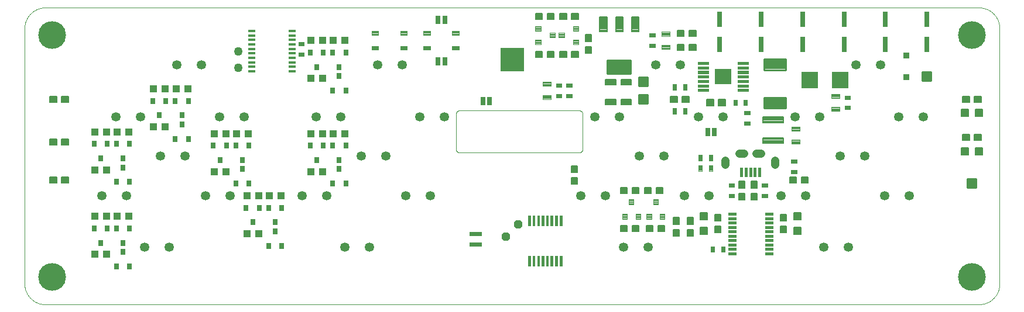
<source format=gbs>
G75*
%MOIN*%
%OFA0B0*%
%FSLAX25Y25*%
%IPPOS*%
%LPD*%
%AMOC8*
5,1,8,0,0,1.08239X$1,22.5*
%
%ADD10C,0.00197*%
%ADD11R,0.13780X0.13780*%
%ADD12C,0.11811*%
%ADD13C,0.00210*%
%ADD14C,0.05315*%
%ADD15R,0.04331X0.03937*%
%ADD16R,0.03150X0.03543*%
%ADD17C,0.00472*%
%ADD18C,0.00591*%
%ADD19C,0.00225*%
%ADD20C,0.00709*%
%ADD21C,0.00354*%
%ADD22C,0.00180*%
%ADD23R,0.02500X0.05000*%
%ADD24C,0.00384*%
%ADD25C,0.00413*%
%ADD26OC8,0.04800*%
%ADD27R,0.02559X0.08661*%
%ADD28C,0.00720*%
%ADD29C,0.01299*%
%ADD30C,0.00531*%
%ADD31R,0.03740X0.03543*%
%ADD32C,0.01181*%
%ADD33C,0.01093*%
%ADD34C,0.00242*%
%ADD35R,0.09685X0.09134*%
%ADD36R,0.09449X0.09449*%
%ADD37C,0.00236*%
%ADD38C,0.04724*%
%ADD39C,0.00787*%
%ADD40C,0.05000*%
%ADD41C,0.15811*%
D10*
X0036217Y0015280D02*
X0567713Y0015280D01*
X0567998Y0015283D01*
X0568284Y0015294D01*
X0568569Y0015311D01*
X0568853Y0015335D01*
X0569137Y0015366D01*
X0569420Y0015404D01*
X0569701Y0015449D01*
X0569982Y0015500D01*
X0570262Y0015558D01*
X0570540Y0015623D01*
X0570816Y0015695D01*
X0571090Y0015773D01*
X0571363Y0015858D01*
X0571633Y0015950D01*
X0571901Y0016048D01*
X0572167Y0016152D01*
X0572430Y0016263D01*
X0572690Y0016380D01*
X0572948Y0016503D01*
X0573202Y0016633D01*
X0573453Y0016769D01*
X0573701Y0016910D01*
X0573945Y0017058D01*
X0574186Y0017211D01*
X0574422Y0017371D01*
X0574655Y0017536D01*
X0574884Y0017706D01*
X0575109Y0017882D01*
X0575329Y0018064D01*
X0575545Y0018250D01*
X0575756Y0018442D01*
X0575963Y0018639D01*
X0576165Y0018841D01*
X0576362Y0019048D01*
X0576554Y0019259D01*
X0576740Y0019475D01*
X0576922Y0019695D01*
X0577098Y0019920D01*
X0577268Y0020149D01*
X0577433Y0020382D01*
X0577593Y0020618D01*
X0577746Y0020859D01*
X0577894Y0021103D01*
X0578035Y0021351D01*
X0578171Y0021602D01*
X0578301Y0021856D01*
X0578424Y0022114D01*
X0578541Y0022374D01*
X0578652Y0022637D01*
X0578756Y0022903D01*
X0578854Y0023171D01*
X0578946Y0023441D01*
X0579031Y0023714D01*
X0579109Y0023988D01*
X0579181Y0024264D01*
X0579246Y0024542D01*
X0579304Y0024822D01*
X0579355Y0025103D01*
X0579400Y0025384D01*
X0579438Y0025667D01*
X0579469Y0025951D01*
X0579493Y0026235D01*
X0579510Y0026520D01*
X0579521Y0026806D01*
X0579524Y0027091D01*
X0579524Y0172760D01*
X0579521Y0173045D01*
X0579510Y0173331D01*
X0579493Y0173616D01*
X0579469Y0173900D01*
X0579438Y0174184D01*
X0579400Y0174467D01*
X0579355Y0174748D01*
X0579304Y0175029D01*
X0579246Y0175309D01*
X0579181Y0175587D01*
X0579109Y0175863D01*
X0579031Y0176137D01*
X0578946Y0176410D01*
X0578854Y0176680D01*
X0578756Y0176948D01*
X0578652Y0177214D01*
X0578541Y0177477D01*
X0578424Y0177737D01*
X0578301Y0177995D01*
X0578171Y0178249D01*
X0578035Y0178500D01*
X0577894Y0178748D01*
X0577746Y0178992D01*
X0577593Y0179233D01*
X0577433Y0179469D01*
X0577268Y0179702D01*
X0577098Y0179931D01*
X0576922Y0180156D01*
X0576740Y0180376D01*
X0576554Y0180592D01*
X0576362Y0180803D01*
X0576165Y0181010D01*
X0575963Y0181212D01*
X0575756Y0181409D01*
X0575545Y0181601D01*
X0575329Y0181787D01*
X0575109Y0181969D01*
X0574884Y0182145D01*
X0574655Y0182315D01*
X0574422Y0182480D01*
X0574186Y0182640D01*
X0573945Y0182793D01*
X0573701Y0182941D01*
X0573453Y0183082D01*
X0573202Y0183218D01*
X0572948Y0183348D01*
X0572690Y0183471D01*
X0572430Y0183588D01*
X0572167Y0183699D01*
X0571901Y0183803D01*
X0571633Y0183901D01*
X0571363Y0183993D01*
X0571090Y0184078D01*
X0570816Y0184156D01*
X0570540Y0184228D01*
X0570262Y0184293D01*
X0569982Y0184351D01*
X0569701Y0184402D01*
X0569420Y0184447D01*
X0569137Y0184485D01*
X0568853Y0184516D01*
X0568569Y0184540D01*
X0568284Y0184557D01*
X0567998Y0184568D01*
X0567713Y0184571D01*
X0036217Y0184571D01*
X0035932Y0184568D01*
X0035646Y0184557D01*
X0035361Y0184540D01*
X0035077Y0184516D01*
X0034793Y0184485D01*
X0034510Y0184447D01*
X0034229Y0184402D01*
X0033948Y0184351D01*
X0033668Y0184293D01*
X0033390Y0184228D01*
X0033114Y0184156D01*
X0032840Y0184078D01*
X0032567Y0183993D01*
X0032297Y0183901D01*
X0032029Y0183803D01*
X0031763Y0183699D01*
X0031500Y0183588D01*
X0031240Y0183471D01*
X0030982Y0183348D01*
X0030728Y0183218D01*
X0030477Y0183082D01*
X0030229Y0182941D01*
X0029985Y0182793D01*
X0029744Y0182640D01*
X0029508Y0182480D01*
X0029275Y0182315D01*
X0029046Y0182145D01*
X0028821Y0181969D01*
X0028601Y0181787D01*
X0028385Y0181601D01*
X0028174Y0181409D01*
X0027967Y0181212D01*
X0027765Y0181010D01*
X0027568Y0180803D01*
X0027376Y0180592D01*
X0027190Y0180376D01*
X0027008Y0180156D01*
X0026832Y0179931D01*
X0026662Y0179702D01*
X0026497Y0179469D01*
X0026337Y0179233D01*
X0026184Y0178992D01*
X0026036Y0178748D01*
X0025895Y0178500D01*
X0025759Y0178249D01*
X0025629Y0177995D01*
X0025506Y0177737D01*
X0025389Y0177477D01*
X0025278Y0177214D01*
X0025174Y0176948D01*
X0025076Y0176680D01*
X0024984Y0176410D01*
X0024899Y0176137D01*
X0024821Y0175863D01*
X0024749Y0175587D01*
X0024684Y0175309D01*
X0024626Y0175029D01*
X0024575Y0174748D01*
X0024530Y0174467D01*
X0024492Y0174184D01*
X0024461Y0173900D01*
X0024437Y0173616D01*
X0024420Y0173331D01*
X0024409Y0173045D01*
X0024406Y0172760D01*
X0024406Y0027091D01*
X0024409Y0026806D01*
X0024420Y0026520D01*
X0024437Y0026235D01*
X0024461Y0025951D01*
X0024492Y0025667D01*
X0024530Y0025384D01*
X0024575Y0025103D01*
X0024626Y0024822D01*
X0024684Y0024542D01*
X0024749Y0024264D01*
X0024821Y0023988D01*
X0024899Y0023714D01*
X0024984Y0023441D01*
X0025076Y0023171D01*
X0025174Y0022903D01*
X0025278Y0022637D01*
X0025389Y0022374D01*
X0025506Y0022114D01*
X0025629Y0021856D01*
X0025759Y0021602D01*
X0025895Y0021351D01*
X0026036Y0021103D01*
X0026184Y0020859D01*
X0026337Y0020618D01*
X0026497Y0020382D01*
X0026662Y0020149D01*
X0026832Y0019920D01*
X0027008Y0019695D01*
X0027190Y0019475D01*
X0027376Y0019259D01*
X0027568Y0019048D01*
X0027765Y0018841D01*
X0027967Y0018639D01*
X0028174Y0018442D01*
X0028385Y0018250D01*
X0028601Y0018064D01*
X0028821Y0017882D01*
X0029046Y0017706D01*
X0029275Y0017536D01*
X0029508Y0017371D01*
X0029744Y0017211D01*
X0029985Y0017058D01*
X0030229Y0016910D01*
X0030477Y0016769D01*
X0030728Y0016633D01*
X0030982Y0016503D01*
X0031240Y0016380D01*
X0031500Y0016263D01*
X0031763Y0016152D01*
X0032029Y0016048D01*
X0032297Y0015950D01*
X0032567Y0015858D01*
X0032840Y0015773D01*
X0033114Y0015695D01*
X0033390Y0015623D01*
X0033668Y0015558D01*
X0033948Y0015500D01*
X0034229Y0015449D01*
X0034510Y0015404D01*
X0034793Y0015366D01*
X0035077Y0015335D01*
X0035361Y0015311D01*
X0035646Y0015294D01*
X0035932Y0015283D01*
X0036217Y0015280D01*
X0272044Y0101894D02*
X0340154Y0101894D01*
X0340154Y0101893D02*
X0340240Y0101895D01*
X0340326Y0101900D01*
X0340411Y0101910D01*
X0340496Y0101923D01*
X0340580Y0101940D01*
X0340664Y0101960D01*
X0340746Y0101984D01*
X0340827Y0102012D01*
X0340908Y0102043D01*
X0340986Y0102077D01*
X0341063Y0102115D01*
X0341139Y0102157D01*
X0341212Y0102201D01*
X0341283Y0102249D01*
X0341353Y0102300D01*
X0341420Y0102354D01*
X0341484Y0102410D01*
X0341546Y0102470D01*
X0341606Y0102532D01*
X0341662Y0102596D01*
X0341716Y0102663D01*
X0341767Y0102733D01*
X0341815Y0102804D01*
X0341859Y0102878D01*
X0341901Y0102953D01*
X0341939Y0103030D01*
X0341973Y0103108D01*
X0342004Y0103189D01*
X0342032Y0103270D01*
X0342056Y0103352D01*
X0342076Y0103436D01*
X0342093Y0103520D01*
X0342106Y0103605D01*
X0342116Y0103690D01*
X0342121Y0103776D01*
X0342123Y0103862D01*
X0342123Y0123941D01*
X0342121Y0124027D01*
X0342116Y0124113D01*
X0342106Y0124198D01*
X0342093Y0124283D01*
X0342076Y0124367D01*
X0342056Y0124451D01*
X0342032Y0124533D01*
X0342004Y0124614D01*
X0341973Y0124695D01*
X0341939Y0124773D01*
X0341901Y0124850D01*
X0341859Y0124926D01*
X0341815Y0124999D01*
X0341767Y0125070D01*
X0341716Y0125140D01*
X0341662Y0125207D01*
X0341606Y0125271D01*
X0341546Y0125333D01*
X0341484Y0125393D01*
X0341420Y0125449D01*
X0341353Y0125503D01*
X0341283Y0125554D01*
X0341212Y0125602D01*
X0341139Y0125646D01*
X0341063Y0125688D01*
X0340986Y0125726D01*
X0340908Y0125760D01*
X0340827Y0125791D01*
X0340746Y0125819D01*
X0340664Y0125843D01*
X0340580Y0125863D01*
X0340496Y0125880D01*
X0340411Y0125893D01*
X0340326Y0125903D01*
X0340240Y0125908D01*
X0340154Y0125910D01*
X0340154Y0125909D02*
X0272044Y0125909D01*
X0272044Y0125910D02*
X0271958Y0125908D01*
X0271872Y0125903D01*
X0271787Y0125893D01*
X0271702Y0125880D01*
X0271618Y0125863D01*
X0271534Y0125843D01*
X0271452Y0125819D01*
X0271371Y0125791D01*
X0271290Y0125760D01*
X0271212Y0125726D01*
X0271135Y0125688D01*
X0271060Y0125646D01*
X0270986Y0125602D01*
X0270915Y0125554D01*
X0270845Y0125503D01*
X0270778Y0125449D01*
X0270714Y0125393D01*
X0270652Y0125333D01*
X0270592Y0125271D01*
X0270536Y0125207D01*
X0270482Y0125140D01*
X0270431Y0125070D01*
X0270383Y0124999D01*
X0270339Y0124926D01*
X0270297Y0124850D01*
X0270259Y0124773D01*
X0270225Y0124695D01*
X0270194Y0124614D01*
X0270166Y0124533D01*
X0270142Y0124451D01*
X0270122Y0124367D01*
X0270105Y0124283D01*
X0270092Y0124198D01*
X0270082Y0124113D01*
X0270077Y0124027D01*
X0270075Y0123941D01*
X0270075Y0103862D01*
X0270077Y0103776D01*
X0270082Y0103690D01*
X0270092Y0103605D01*
X0270105Y0103520D01*
X0270122Y0103436D01*
X0270142Y0103352D01*
X0270166Y0103270D01*
X0270194Y0103189D01*
X0270225Y0103108D01*
X0270259Y0103030D01*
X0270297Y0102953D01*
X0270339Y0102878D01*
X0270383Y0102804D01*
X0270431Y0102733D01*
X0270482Y0102663D01*
X0270536Y0102596D01*
X0270592Y0102532D01*
X0270652Y0102470D01*
X0270714Y0102410D01*
X0270778Y0102354D01*
X0270845Y0102300D01*
X0270915Y0102249D01*
X0270986Y0102201D01*
X0271060Y0102157D01*
X0271135Y0102115D01*
X0271212Y0102077D01*
X0271290Y0102043D01*
X0271371Y0102012D01*
X0271452Y0101984D01*
X0271534Y0101960D01*
X0271618Y0101940D01*
X0271702Y0101923D01*
X0271787Y0101910D01*
X0271872Y0101900D01*
X0271958Y0101895D01*
X0272044Y0101893D01*
D11*
X0301965Y0155043D03*
D12*
X0040154Y0168823D03*
X0040154Y0031028D03*
X0563776Y0031028D03*
X0563776Y0168823D03*
D13*
X0329071Y0065992D02*
X0329071Y0060402D01*
X0329071Y0065992D02*
X0330261Y0065992D01*
X0330261Y0060402D01*
X0329071Y0060402D01*
X0329071Y0060601D02*
X0330261Y0060601D01*
X0330261Y0060800D02*
X0329071Y0060800D01*
X0329071Y0060999D02*
X0330261Y0060999D01*
X0330261Y0061198D02*
X0329071Y0061198D01*
X0329071Y0061397D02*
X0330261Y0061397D01*
X0330261Y0061596D02*
X0329071Y0061596D01*
X0329071Y0061795D02*
X0330261Y0061795D01*
X0330261Y0061994D02*
X0329071Y0061994D01*
X0329071Y0062193D02*
X0330261Y0062193D01*
X0330261Y0062392D02*
X0329071Y0062392D01*
X0329071Y0062591D02*
X0330261Y0062591D01*
X0330261Y0062790D02*
X0329071Y0062790D01*
X0329071Y0062989D02*
X0330261Y0062989D01*
X0330261Y0063188D02*
X0329071Y0063188D01*
X0329071Y0063387D02*
X0330261Y0063387D01*
X0330261Y0063586D02*
X0329071Y0063586D01*
X0329071Y0063785D02*
X0330261Y0063785D01*
X0330261Y0063984D02*
X0329071Y0063984D01*
X0329071Y0064183D02*
X0330261Y0064183D01*
X0330261Y0064382D02*
X0329071Y0064382D01*
X0329071Y0064581D02*
X0330261Y0064581D01*
X0330261Y0064780D02*
X0329071Y0064780D01*
X0329071Y0064979D02*
X0330261Y0064979D01*
X0330261Y0065178D02*
X0329071Y0065178D01*
X0329071Y0065377D02*
X0330261Y0065377D01*
X0330261Y0065576D02*
X0329071Y0065576D01*
X0329071Y0065775D02*
X0330261Y0065775D01*
X0330261Y0065974D02*
X0329071Y0065974D01*
X0326471Y0065992D02*
X0326471Y0060402D01*
X0326471Y0065992D02*
X0327661Y0065992D01*
X0327661Y0060402D01*
X0326471Y0060402D01*
X0326471Y0060601D02*
X0327661Y0060601D01*
X0327661Y0060800D02*
X0326471Y0060800D01*
X0326471Y0060999D02*
X0327661Y0060999D01*
X0327661Y0061198D02*
X0326471Y0061198D01*
X0326471Y0061397D02*
X0327661Y0061397D01*
X0327661Y0061596D02*
X0326471Y0061596D01*
X0326471Y0061795D02*
X0327661Y0061795D01*
X0327661Y0061994D02*
X0326471Y0061994D01*
X0326471Y0062193D02*
X0327661Y0062193D01*
X0327661Y0062392D02*
X0326471Y0062392D01*
X0326471Y0062591D02*
X0327661Y0062591D01*
X0327661Y0062790D02*
X0326471Y0062790D01*
X0326471Y0062989D02*
X0327661Y0062989D01*
X0327661Y0063188D02*
X0326471Y0063188D01*
X0326471Y0063387D02*
X0327661Y0063387D01*
X0327661Y0063586D02*
X0326471Y0063586D01*
X0326471Y0063785D02*
X0327661Y0063785D01*
X0327661Y0063984D02*
X0326471Y0063984D01*
X0326471Y0064183D02*
X0327661Y0064183D01*
X0327661Y0064382D02*
X0326471Y0064382D01*
X0326471Y0064581D02*
X0327661Y0064581D01*
X0327661Y0064780D02*
X0326471Y0064780D01*
X0326471Y0064979D02*
X0327661Y0064979D01*
X0327661Y0065178D02*
X0326471Y0065178D01*
X0326471Y0065377D02*
X0327661Y0065377D01*
X0327661Y0065576D02*
X0326471Y0065576D01*
X0326471Y0065775D02*
X0327661Y0065775D01*
X0327661Y0065974D02*
X0326471Y0065974D01*
X0323871Y0065992D02*
X0323871Y0060402D01*
X0323871Y0065992D02*
X0325061Y0065992D01*
X0325061Y0060402D01*
X0323871Y0060402D01*
X0323871Y0060601D02*
X0325061Y0060601D01*
X0325061Y0060800D02*
X0323871Y0060800D01*
X0323871Y0060999D02*
X0325061Y0060999D01*
X0325061Y0061198D02*
X0323871Y0061198D01*
X0323871Y0061397D02*
X0325061Y0061397D01*
X0325061Y0061596D02*
X0323871Y0061596D01*
X0323871Y0061795D02*
X0325061Y0061795D01*
X0325061Y0061994D02*
X0323871Y0061994D01*
X0323871Y0062193D02*
X0325061Y0062193D01*
X0325061Y0062392D02*
X0323871Y0062392D01*
X0323871Y0062591D02*
X0325061Y0062591D01*
X0325061Y0062790D02*
X0323871Y0062790D01*
X0323871Y0062989D02*
X0325061Y0062989D01*
X0325061Y0063188D02*
X0323871Y0063188D01*
X0323871Y0063387D02*
X0325061Y0063387D01*
X0325061Y0063586D02*
X0323871Y0063586D01*
X0323871Y0063785D02*
X0325061Y0063785D01*
X0325061Y0063984D02*
X0323871Y0063984D01*
X0323871Y0064183D02*
X0325061Y0064183D01*
X0325061Y0064382D02*
X0323871Y0064382D01*
X0323871Y0064581D02*
X0325061Y0064581D01*
X0325061Y0064780D02*
X0323871Y0064780D01*
X0323871Y0064979D02*
X0325061Y0064979D01*
X0325061Y0065178D02*
X0323871Y0065178D01*
X0323871Y0065377D02*
X0325061Y0065377D01*
X0325061Y0065576D02*
X0323871Y0065576D01*
X0323871Y0065775D02*
X0325061Y0065775D01*
X0325061Y0065974D02*
X0323871Y0065974D01*
X0321371Y0065992D02*
X0321371Y0060402D01*
X0321371Y0065992D02*
X0322561Y0065992D01*
X0322561Y0060402D01*
X0321371Y0060402D01*
X0321371Y0060601D02*
X0322561Y0060601D01*
X0322561Y0060800D02*
X0321371Y0060800D01*
X0321371Y0060999D02*
X0322561Y0060999D01*
X0322561Y0061198D02*
X0321371Y0061198D01*
X0321371Y0061397D02*
X0322561Y0061397D01*
X0322561Y0061596D02*
X0321371Y0061596D01*
X0321371Y0061795D02*
X0322561Y0061795D01*
X0322561Y0061994D02*
X0321371Y0061994D01*
X0321371Y0062193D02*
X0322561Y0062193D01*
X0322561Y0062392D02*
X0321371Y0062392D01*
X0321371Y0062591D02*
X0322561Y0062591D01*
X0322561Y0062790D02*
X0321371Y0062790D01*
X0321371Y0062989D02*
X0322561Y0062989D01*
X0322561Y0063188D02*
X0321371Y0063188D01*
X0321371Y0063387D02*
X0322561Y0063387D01*
X0322561Y0063586D02*
X0321371Y0063586D01*
X0321371Y0063785D02*
X0322561Y0063785D01*
X0322561Y0063984D02*
X0321371Y0063984D01*
X0321371Y0064183D02*
X0322561Y0064183D01*
X0322561Y0064382D02*
X0321371Y0064382D01*
X0321371Y0064581D02*
X0322561Y0064581D01*
X0322561Y0064780D02*
X0321371Y0064780D01*
X0321371Y0064979D02*
X0322561Y0064979D01*
X0322561Y0065178D02*
X0321371Y0065178D01*
X0321371Y0065377D02*
X0322561Y0065377D01*
X0322561Y0065576D02*
X0321371Y0065576D01*
X0321371Y0065775D02*
X0322561Y0065775D01*
X0322561Y0065974D02*
X0321371Y0065974D01*
X0318771Y0065992D02*
X0318771Y0060402D01*
X0318771Y0065992D02*
X0319961Y0065992D01*
X0319961Y0060402D01*
X0318771Y0060402D01*
X0318771Y0060601D02*
X0319961Y0060601D01*
X0319961Y0060800D02*
X0318771Y0060800D01*
X0318771Y0060999D02*
X0319961Y0060999D01*
X0319961Y0061198D02*
X0318771Y0061198D01*
X0318771Y0061397D02*
X0319961Y0061397D01*
X0319961Y0061596D02*
X0318771Y0061596D01*
X0318771Y0061795D02*
X0319961Y0061795D01*
X0319961Y0061994D02*
X0318771Y0061994D01*
X0318771Y0062193D02*
X0319961Y0062193D01*
X0319961Y0062392D02*
X0318771Y0062392D01*
X0318771Y0062591D02*
X0319961Y0062591D01*
X0319961Y0062790D02*
X0318771Y0062790D01*
X0318771Y0062989D02*
X0319961Y0062989D01*
X0319961Y0063188D02*
X0318771Y0063188D01*
X0318771Y0063387D02*
X0319961Y0063387D01*
X0319961Y0063586D02*
X0318771Y0063586D01*
X0318771Y0063785D02*
X0319961Y0063785D01*
X0319961Y0063984D02*
X0318771Y0063984D01*
X0318771Y0064183D02*
X0319961Y0064183D01*
X0319961Y0064382D02*
X0318771Y0064382D01*
X0318771Y0064581D02*
X0319961Y0064581D01*
X0319961Y0064780D02*
X0318771Y0064780D01*
X0318771Y0064979D02*
X0319961Y0064979D01*
X0319961Y0065178D02*
X0318771Y0065178D01*
X0318771Y0065377D02*
X0319961Y0065377D01*
X0319961Y0065576D02*
X0318771Y0065576D01*
X0318771Y0065775D02*
X0319961Y0065775D01*
X0319961Y0065974D02*
X0318771Y0065974D01*
X0316271Y0065992D02*
X0316271Y0060402D01*
X0316271Y0065992D02*
X0317461Y0065992D01*
X0317461Y0060402D01*
X0316271Y0060402D01*
X0316271Y0060601D02*
X0317461Y0060601D01*
X0317461Y0060800D02*
X0316271Y0060800D01*
X0316271Y0060999D02*
X0317461Y0060999D01*
X0317461Y0061198D02*
X0316271Y0061198D01*
X0316271Y0061397D02*
X0317461Y0061397D01*
X0317461Y0061596D02*
X0316271Y0061596D01*
X0316271Y0061795D02*
X0317461Y0061795D01*
X0317461Y0061994D02*
X0316271Y0061994D01*
X0316271Y0062193D02*
X0317461Y0062193D01*
X0317461Y0062392D02*
X0316271Y0062392D01*
X0316271Y0062591D02*
X0317461Y0062591D01*
X0317461Y0062790D02*
X0316271Y0062790D01*
X0316271Y0062989D02*
X0317461Y0062989D01*
X0317461Y0063188D02*
X0316271Y0063188D01*
X0316271Y0063387D02*
X0317461Y0063387D01*
X0317461Y0063586D02*
X0316271Y0063586D01*
X0316271Y0063785D02*
X0317461Y0063785D01*
X0317461Y0063984D02*
X0316271Y0063984D01*
X0316271Y0064183D02*
X0317461Y0064183D01*
X0317461Y0064382D02*
X0316271Y0064382D01*
X0316271Y0064581D02*
X0317461Y0064581D01*
X0317461Y0064780D02*
X0316271Y0064780D01*
X0316271Y0064979D02*
X0317461Y0064979D01*
X0317461Y0065178D02*
X0316271Y0065178D01*
X0316271Y0065377D02*
X0317461Y0065377D01*
X0317461Y0065576D02*
X0316271Y0065576D01*
X0316271Y0065775D02*
X0317461Y0065775D01*
X0317461Y0065974D02*
X0316271Y0065974D01*
X0313671Y0065992D02*
X0313671Y0060402D01*
X0313671Y0065992D02*
X0314861Y0065992D01*
X0314861Y0060402D01*
X0313671Y0060402D01*
X0313671Y0060601D02*
X0314861Y0060601D01*
X0314861Y0060800D02*
X0313671Y0060800D01*
X0313671Y0060999D02*
X0314861Y0060999D01*
X0314861Y0061198D02*
X0313671Y0061198D01*
X0313671Y0061397D02*
X0314861Y0061397D01*
X0314861Y0061596D02*
X0313671Y0061596D01*
X0313671Y0061795D02*
X0314861Y0061795D01*
X0314861Y0061994D02*
X0313671Y0061994D01*
X0313671Y0062193D02*
X0314861Y0062193D01*
X0314861Y0062392D02*
X0313671Y0062392D01*
X0313671Y0062591D02*
X0314861Y0062591D01*
X0314861Y0062790D02*
X0313671Y0062790D01*
X0313671Y0062989D02*
X0314861Y0062989D01*
X0314861Y0063188D02*
X0313671Y0063188D01*
X0313671Y0063387D02*
X0314861Y0063387D01*
X0314861Y0063586D02*
X0313671Y0063586D01*
X0313671Y0063785D02*
X0314861Y0063785D01*
X0314861Y0063984D02*
X0313671Y0063984D01*
X0313671Y0064183D02*
X0314861Y0064183D01*
X0314861Y0064382D02*
X0313671Y0064382D01*
X0313671Y0064581D02*
X0314861Y0064581D01*
X0314861Y0064780D02*
X0313671Y0064780D01*
X0313671Y0064979D02*
X0314861Y0064979D01*
X0314861Y0065178D02*
X0313671Y0065178D01*
X0313671Y0065377D02*
X0314861Y0065377D01*
X0314861Y0065576D02*
X0313671Y0065576D01*
X0313671Y0065775D02*
X0314861Y0065775D01*
X0314861Y0065974D02*
X0313671Y0065974D01*
X0311071Y0065992D02*
X0311071Y0060402D01*
X0311071Y0065992D02*
X0312261Y0065992D01*
X0312261Y0060402D01*
X0311071Y0060402D01*
X0311071Y0060601D02*
X0312261Y0060601D01*
X0312261Y0060800D02*
X0311071Y0060800D01*
X0311071Y0060999D02*
X0312261Y0060999D01*
X0312261Y0061198D02*
X0311071Y0061198D01*
X0311071Y0061397D02*
X0312261Y0061397D01*
X0312261Y0061596D02*
X0311071Y0061596D01*
X0311071Y0061795D02*
X0312261Y0061795D01*
X0312261Y0061994D02*
X0311071Y0061994D01*
X0311071Y0062193D02*
X0312261Y0062193D01*
X0312261Y0062392D02*
X0311071Y0062392D01*
X0311071Y0062591D02*
X0312261Y0062591D01*
X0312261Y0062790D02*
X0311071Y0062790D01*
X0311071Y0062989D02*
X0312261Y0062989D01*
X0312261Y0063188D02*
X0311071Y0063188D01*
X0311071Y0063387D02*
X0312261Y0063387D01*
X0312261Y0063586D02*
X0311071Y0063586D01*
X0311071Y0063785D02*
X0312261Y0063785D01*
X0312261Y0063984D02*
X0311071Y0063984D01*
X0311071Y0064183D02*
X0312261Y0064183D01*
X0312261Y0064382D02*
X0311071Y0064382D01*
X0311071Y0064581D02*
X0312261Y0064581D01*
X0312261Y0064780D02*
X0311071Y0064780D01*
X0311071Y0064979D02*
X0312261Y0064979D01*
X0312261Y0065178D02*
X0311071Y0065178D01*
X0311071Y0065377D02*
X0312261Y0065377D01*
X0312261Y0065576D02*
X0311071Y0065576D01*
X0311071Y0065775D02*
X0312261Y0065775D01*
X0312261Y0065974D02*
X0311071Y0065974D01*
X0311071Y0042992D02*
X0311071Y0037402D01*
X0311071Y0042992D02*
X0312261Y0042992D01*
X0312261Y0037402D01*
X0311071Y0037402D01*
X0311071Y0037601D02*
X0312261Y0037601D01*
X0312261Y0037800D02*
X0311071Y0037800D01*
X0311071Y0037999D02*
X0312261Y0037999D01*
X0312261Y0038198D02*
X0311071Y0038198D01*
X0311071Y0038397D02*
X0312261Y0038397D01*
X0312261Y0038596D02*
X0311071Y0038596D01*
X0311071Y0038795D02*
X0312261Y0038795D01*
X0312261Y0038994D02*
X0311071Y0038994D01*
X0311071Y0039193D02*
X0312261Y0039193D01*
X0312261Y0039392D02*
X0311071Y0039392D01*
X0311071Y0039591D02*
X0312261Y0039591D01*
X0312261Y0039790D02*
X0311071Y0039790D01*
X0311071Y0039989D02*
X0312261Y0039989D01*
X0312261Y0040188D02*
X0311071Y0040188D01*
X0311071Y0040387D02*
X0312261Y0040387D01*
X0312261Y0040586D02*
X0311071Y0040586D01*
X0311071Y0040785D02*
X0312261Y0040785D01*
X0312261Y0040984D02*
X0311071Y0040984D01*
X0311071Y0041183D02*
X0312261Y0041183D01*
X0312261Y0041382D02*
X0311071Y0041382D01*
X0311071Y0041581D02*
X0312261Y0041581D01*
X0312261Y0041780D02*
X0311071Y0041780D01*
X0311071Y0041979D02*
X0312261Y0041979D01*
X0312261Y0042178D02*
X0311071Y0042178D01*
X0311071Y0042377D02*
X0312261Y0042377D01*
X0312261Y0042576D02*
X0311071Y0042576D01*
X0311071Y0042775D02*
X0312261Y0042775D01*
X0312261Y0042974D02*
X0311071Y0042974D01*
X0313671Y0042992D02*
X0313671Y0037402D01*
X0313671Y0042992D02*
X0314861Y0042992D01*
X0314861Y0037402D01*
X0313671Y0037402D01*
X0313671Y0037601D02*
X0314861Y0037601D01*
X0314861Y0037800D02*
X0313671Y0037800D01*
X0313671Y0037999D02*
X0314861Y0037999D01*
X0314861Y0038198D02*
X0313671Y0038198D01*
X0313671Y0038397D02*
X0314861Y0038397D01*
X0314861Y0038596D02*
X0313671Y0038596D01*
X0313671Y0038795D02*
X0314861Y0038795D01*
X0314861Y0038994D02*
X0313671Y0038994D01*
X0313671Y0039193D02*
X0314861Y0039193D01*
X0314861Y0039392D02*
X0313671Y0039392D01*
X0313671Y0039591D02*
X0314861Y0039591D01*
X0314861Y0039790D02*
X0313671Y0039790D01*
X0313671Y0039989D02*
X0314861Y0039989D01*
X0314861Y0040188D02*
X0313671Y0040188D01*
X0313671Y0040387D02*
X0314861Y0040387D01*
X0314861Y0040586D02*
X0313671Y0040586D01*
X0313671Y0040785D02*
X0314861Y0040785D01*
X0314861Y0040984D02*
X0313671Y0040984D01*
X0313671Y0041183D02*
X0314861Y0041183D01*
X0314861Y0041382D02*
X0313671Y0041382D01*
X0313671Y0041581D02*
X0314861Y0041581D01*
X0314861Y0041780D02*
X0313671Y0041780D01*
X0313671Y0041979D02*
X0314861Y0041979D01*
X0314861Y0042178D02*
X0313671Y0042178D01*
X0313671Y0042377D02*
X0314861Y0042377D01*
X0314861Y0042576D02*
X0313671Y0042576D01*
X0313671Y0042775D02*
X0314861Y0042775D01*
X0314861Y0042974D02*
X0313671Y0042974D01*
X0316271Y0042992D02*
X0316271Y0037402D01*
X0316271Y0042992D02*
X0317461Y0042992D01*
X0317461Y0037402D01*
X0316271Y0037402D01*
X0316271Y0037601D02*
X0317461Y0037601D01*
X0317461Y0037800D02*
X0316271Y0037800D01*
X0316271Y0037999D02*
X0317461Y0037999D01*
X0317461Y0038198D02*
X0316271Y0038198D01*
X0316271Y0038397D02*
X0317461Y0038397D01*
X0317461Y0038596D02*
X0316271Y0038596D01*
X0316271Y0038795D02*
X0317461Y0038795D01*
X0317461Y0038994D02*
X0316271Y0038994D01*
X0316271Y0039193D02*
X0317461Y0039193D01*
X0317461Y0039392D02*
X0316271Y0039392D01*
X0316271Y0039591D02*
X0317461Y0039591D01*
X0317461Y0039790D02*
X0316271Y0039790D01*
X0316271Y0039989D02*
X0317461Y0039989D01*
X0317461Y0040188D02*
X0316271Y0040188D01*
X0316271Y0040387D02*
X0317461Y0040387D01*
X0317461Y0040586D02*
X0316271Y0040586D01*
X0316271Y0040785D02*
X0317461Y0040785D01*
X0317461Y0040984D02*
X0316271Y0040984D01*
X0316271Y0041183D02*
X0317461Y0041183D01*
X0317461Y0041382D02*
X0316271Y0041382D01*
X0316271Y0041581D02*
X0317461Y0041581D01*
X0317461Y0041780D02*
X0316271Y0041780D01*
X0316271Y0041979D02*
X0317461Y0041979D01*
X0317461Y0042178D02*
X0316271Y0042178D01*
X0316271Y0042377D02*
X0317461Y0042377D01*
X0317461Y0042576D02*
X0316271Y0042576D01*
X0316271Y0042775D02*
X0317461Y0042775D01*
X0317461Y0042974D02*
X0316271Y0042974D01*
X0318771Y0042992D02*
X0318771Y0037402D01*
X0318771Y0042992D02*
X0319961Y0042992D01*
X0319961Y0037402D01*
X0318771Y0037402D01*
X0318771Y0037601D02*
X0319961Y0037601D01*
X0319961Y0037800D02*
X0318771Y0037800D01*
X0318771Y0037999D02*
X0319961Y0037999D01*
X0319961Y0038198D02*
X0318771Y0038198D01*
X0318771Y0038397D02*
X0319961Y0038397D01*
X0319961Y0038596D02*
X0318771Y0038596D01*
X0318771Y0038795D02*
X0319961Y0038795D01*
X0319961Y0038994D02*
X0318771Y0038994D01*
X0318771Y0039193D02*
X0319961Y0039193D01*
X0319961Y0039392D02*
X0318771Y0039392D01*
X0318771Y0039591D02*
X0319961Y0039591D01*
X0319961Y0039790D02*
X0318771Y0039790D01*
X0318771Y0039989D02*
X0319961Y0039989D01*
X0319961Y0040188D02*
X0318771Y0040188D01*
X0318771Y0040387D02*
X0319961Y0040387D01*
X0319961Y0040586D02*
X0318771Y0040586D01*
X0318771Y0040785D02*
X0319961Y0040785D01*
X0319961Y0040984D02*
X0318771Y0040984D01*
X0318771Y0041183D02*
X0319961Y0041183D01*
X0319961Y0041382D02*
X0318771Y0041382D01*
X0318771Y0041581D02*
X0319961Y0041581D01*
X0319961Y0041780D02*
X0318771Y0041780D01*
X0318771Y0041979D02*
X0319961Y0041979D01*
X0319961Y0042178D02*
X0318771Y0042178D01*
X0318771Y0042377D02*
X0319961Y0042377D01*
X0319961Y0042576D02*
X0318771Y0042576D01*
X0318771Y0042775D02*
X0319961Y0042775D01*
X0319961Y0042974D02*
X0318771Y0042974D01*
X0321371Y0042992D02*
X0321371Y0037402D01*
X0321371Y0042992D02*
X0322561Y0042992D01*
X0322561Y0037402D01*
X0321371Y0037402D01*
X0321371Y0037601D02*
X0322561Y0037601D01*
X0322561Y0037800D02*
X0321371Y0037800D01*
X0321371Y0037999D02*
X0322561Y0037999D01*
X0322561Y0038198D02*
X0321371Y0038198D01*
X0321371Y0038397D02*
X0322561Y0038397D01*
X0322561Y0038596D02*
X0321371Y0038596D01*
X0321371Y0038795D02*
X0322561Y0038795D01*
X0322561Y0038994D02*
X0321371Y0038994D01*
X0321371Y0039193D02*
X0322561Y0039193D01*
X0322561Y0039392D02*
X0321371Y0039392D01*
X0321371Y0039591D02*
X0322561Y0039591D01*
X0322561Y0039790D02*
X0321371Y0039790D01*
X0321371Y0039989D02*
X0322561Y0039989D01*
X0322561Y0040188D02*
X0321371Y0040188D01*
X0321371Y0040387D02*
X0322561Y0040387D01*
X0322561Y0040586D02*
X0321371Y0040586D01*
X0321371Y0040785D02*
X0322561Y0040785D01*
X0322561Y0040984D02*
X0321371Y0040984D01*
X0321371Y0041183D02*
X0322561Y0041183D01*
X0322561Y0041382D02*
X0321371Y0041382D01*
X0321371Y0041581D02*
X0322561Y0041581D01*
X0322561Y0041780D02*
X0321371Y0041780D01*
X0321371Y0041979D02*
X0322561Y0041979D01*
X0322561Y0042178D02*
X0321371Y0042178D01*
X0321371Y0042377D02*
X0322561Y0042377D01*
X0322561Y0042576D02*
X0321371Y0042576D01*
X0321371Y0042775D02*
X0322561Y0042775D01*
X0322561Y0042974D02*
X0321371Y0042974D01*
X0323871Y0042992D02*
X0323871Y0037402D01*
X0323871Y0042992D02*
X0325061Y0042992D01*
X0325061Y0037402D01*
X0323871Y0037402D01*
X0323871Y0037601D02*
X0325061Y0037601D01*
X0325061Y0037800D02*
X0323871Y0037800D01*
X0323871Y0037999D02*
X0325061Y0037999D01*
X0325061Y0038198D02*
X0323871Y0038198D01*
X0323871Y0038397D02*
X0325061Y0038397D01*
X0325061Y0038596D02*
X0323871Y0038596D01*
X0323871Y0038795D02*
X0325061Y0038795D01*
X0325061Y0038994D02*
X0323871Y0038994D01*
X0323871Y0039193D02*
X0325061Y0039193D01*
X0325061Y0039392D02*
X0323871Y0039392D01*
X0323871Y0039591D02*
X0325061Y0039591D01*
X0325061Y0039790D02*
X0323871Y0039790D01*
X0323871Y0039989D02*
X0325061Y0039989D01*
X0325061Y0040188D02*
X0323871Y0040188D01*
X0323871Y0040387D02*
X0325061Y0040387D01*
X0325061Y0040586D02*
X0323871Y0040586D01*
X0323871Y0040785D02*
X0325061Y0040785D01*
X0325061Y0040984D02*
X0323871Y0040984D01*
X0323871Y0041183D02*
X0325061Y0041183D01*
X0325061Y0041382D02*
X0323871Y0041382D01*
X0323871Y0041581D02*
X0325061Y0041581D01*
X0325061Y0041780D02*
X0323871Y0041780D01*
X0323871Y0041979D02*
X0325061Y0041979D01*
X0325061Y0042178D02*
X0323871Y0042178D01*
X0323871Y0042377D02*
X0325061Y0042377D01*
X0325061Y0042576D02*
X0323871Y0042576D01*
X0323871Y0042775D02*
X0325061Y0042775D01*
X0325061Y0042974D02*
X0323871Y0042974D01*
X0326471Y0042992D02*
X0326471Y0037402D01*
X0326471Y0042992D02*
X0327661Y0042992D01*
X0327661Y0037402D01*
X0326471Y0037402D01*
X0326471Y0037601D02*
X0327661Y0037601D01*
X0327661Y0037800D02*
X0326471Y0037800D01*
X0326471Y0037999D02*
X0327661Y0037999D01*
X0327661Y0038198D02*
X0326471Y0038198D01*
X0326471Y0038397D02*
X0327661Y0038397D01*
X0327661Y0038596D02*
X0326471Y0038596D01*
X0326471Y0038795D02*
X0327661Y0038795D01*
X0327661Y0038994D02*
X0326471Y0038994D01*
X0326471Y0039193D02*
X0327661Y0039193D01*
X0327661Y0039392D02*
X0326471Y0039392D01*
X0326471Y0039591D02*
X0327661Y0039591D01*
X0327661Y0039790D02*
X0326471Y0039790D01*
X0326471Y0039989D02*
X0327661Y0039989D01*
X0327661Y0040188D02*
X0326471Y0040188D01*
X0326471Y0040387D02*
X0327661Y0040387D01*
X0327661Y0040586D02*
X0326471Y0040586D01*
X0326471Y0040785D02*
X0327661Y0040785D01*
X0327661Y0040984D02*
X0326471Y0040984D01*
X0326471Y0041183D02*
X0327661Y0041183D01*
X0327661Y0041382D02*
X0326471Y0041382D01*
X0326471Y0041581D02*
X0327661Y0041581D01*
X0327661Y0041780D02*
X0326471Y0041780D01*
X0326471Y0041979D02*
X0327661Y0041979D01*
X0327661Y0042178D02*
X0326471Y0042178D01*
X0326471Y0042377D02*
X0327661Y0042377D01*
X0327661Y0042576D02*
X0326471Y0042576D01*
X0326471Y0042775D02*
X0327661Y0042775D01*
X0327661Y0042974D02*
X0326471Y0042974D01*
X0329071Y0042992D02*
X0329071Y0037402D01*
X0329071Y0042992D02*
X0330261Y0042992D01*
X0330261Y0037402D01*
X0329071Y0037402D01*
X0329071Y0037601D02*
X0330261Y0037601D01*
X0330261Y0037800D02*
X0329071Y0037800D01*
X0329071Y0037999D02*
X0330261Y0037999D01*
X0330261Y0038198D02*
X0329071Y0038198D01*
X0329071Y0038397D02*
X0330261Y0038397D01*
X0330261Y0038596D02*
X0329071Y0038596D01*
X0329071Y0038795D02*
X0330261Y0038795D01*
X0330261Y0038994D02*
X0329071Y0038994D01*
X0329071Y0039193D02*
X0330261Y0039193D01*
X0330261Y0039392D02*
X0329071Y0039392D01*
X0329071Y0039591D02*
X0330261Y0039591D01*
X0330261Y0039790D02*
X0329071Y0039790D01*
X0329071Y0039989D02*
X0330261Y0039989D01*
X0330261Y0040188D02*
X0329071Y0040188D01*
X0329071Y0040387D02*
X0330261Y0040387D01*
X0330261Y0040586D02*
X0329071Y0040586D01*
X0329071Y0040785D02*
X0330261Y0040785D01*
X0330261Y0040984D02*
X0329071Y0040984D01*
X0329071Y0041183D02*
X0330261Y0041183D01*
X0330261Y0041382D02*
X0329071Y0041382D01*
X0329071Y0041581D02*
X0330261Y0041581D01*
X0330261Y0041780D02*
X0329071Y0041780D01*
X0329071Y0041979D02*
X0330261Y0041979D01*
X0330261Y0042178D02*
X0329071Y0042178D01*
X0329071Y0042377D02*
X0330261Y0042377D01*
X0330261Y0042576D02*
X0329071Y0042576D01*
X0329071Y0042775D02*
X0330261Y0042775D01*
X0330261Y0042974D02*
X0329071Y0042974D01*
D14*
X0365256Y0047780D03*
X0379256Y0047780D03*
X0399956Y0077280D03*
X0413956Y0077280D03*
X0455129Y0077280D03*
X0469129Y0077280D03*
X0514129Y0077280D03*
X0528129Y0077280D03*
X0502629Y0099780D03*
X0488629Y0099780D03*
X0477129Y0122280D03*
X0463129Y0122280D03*
X0421956Y0122280D03*
X0407956Y0122280D03*
X0362956Y0122280D03*
X0348956Y0122280D03*
X0374456Y0099780D03*
X0388456Y0099780D03*
X0354956Y0077280D03*
X0340956Y0077280D03*
X0255570Y0077280D03*
X0241570Y0077280D03*
X0196570Y0077280D03*
X0182570Y0077280D03*
X0141397Y0077280D03*
X0127397Y0077280D03*
X0082397Y0077280D03*
X0068397Y0077280D03*
X0101897Y0099780D03*
X0115897Y0099780D03*
X0135397Y0122280D03*
X0149397Y0122280D03*
X0190570Y0122280D03*
X0204570Y0122280D03*
X0249570Y0122280D03*
X0263570Y0122280D03*
X0230070Y0099780D03*
X0216070Y0099780D03*
X0090397Y0122280D03*
X0076397Y0122280D03*
X0111097Y0151780D03*
X0125097Y0151780D03*
X0225270Y0151780D03*
X0239270Y0151780D03*
X0383656Y0151780D03*
X0397656Y0151780D03*
X0497829Y0151780D03*
X0511829Y0151780D03*
X0522129Y0122280D03*
X0536129Y0122280D03*
X0493429Y0047780D03*
X0479429Y0047780D03*
X0220870Y0047780D03*
X0206870Y0047780D03*
X0106697Y0047780D03*
X0092697Y0047780D03*
D15*
X0071060Y0043823D03*
X0064367Y0043823D03*
X0064367Y0065476D03*
X0071060Y0065476D03*
X0077162Y0065476D03*
X0083855Y0065476D03*
X0150981Y0055634D03*
X0157674Y0055634D03*
X0157674Y0077287D03*
X0163776Y0077287D03*
X0170469Y0077287D03*
X0150981Y0077287D03*
X0138973Y0091067D03*
X0132280Y0091067D03*
X0187398Y0091067D03*
X0194091Y0091067D03*
X0194091Y0112720D03*
X0200194Y0112720D03*
X0206886Y0112720D03*
X0187398Y0112720D03*
X0151768Y0112720D03*
X0145075Y0112720D03*
X0138973Y0112720D03*
X0132280Y0112720D03*
X0104524Y0116657D03*
X0097831Y0116657D03*
X0083855Y0113705D03*
X0077162Y0113705D03*
X0071060Y0113705D03*
X0064367Y0113705D03*
X0064367Y0092051D03*
X0071060Y0092051D03*
X0097831Y0138311D03*
X0104524Y0138311D03*
X0110627Y0138311D03*
X0117320Y0138311D03*
X0187398Y0144217D03*
X0194091Y0144217D03*
X0194091Y0165870D03*
X0200194Y0165870D03*
X0206886Y0165870D03*
X0187398Y0165870D03*
D16*
X0187005Y0158980D03*
X0194485Y0158980D03*
X0199800Y0158980D03*
X0207280Y0158980D03*
X0203540Y0150713D03*
X0190745Y0150713D03*
X0203540Y0145594D03*
X0199800Y0137327D03*
X0207280Y0137327D03*
X0207280Y0105831D03*
X0199800Y0105831D03*
X0194485Y0105831D03*
X0187005Y0105831D03*
X0190745Y0097563D03*
X0203540Y0097563D03*
X0203540Y0092445D03*
X0199800Y0084177D03*
X0207280Y0084177D03*
X0170863Y0070398D03*
X0163383Y0070398D03*
X0158068Y0070398D03*
X0150587Y0070398D03*
X0154327Y0062130D03*
X0167123Y0062130D03*
X0167123Y0057012D03*
X0170863Y0048744D03*
X0163383Y0048744D03*
X0084249Y0058587D03*
X0076768Y0058587D03*
X0071453Y0058587D03*
X0063973Y0058587D03*
X0067713Y0050319D03*
X0080509Y0050319D03*
X0080509Y0045201D03*
X0084249Y0036933D03*
X0076768Y0036933D03*
X0076768Y0085161D03*
X0084249Y0085161D03*
X0080509Y0093429D03*
X0080509Y0098547D03*
X0067713Y0098547D03*
X0063973Y0106815D03*
X0071453Y0106815D03*
X0076768Y0106815D03*
X0084249Y0106815D03*
X0110233Y0109768D03*
X0117713Y0109768D03*
X0131886Y0105831D03*
X0139367Y0105831D03*
X0144682Y0105831D03*
X0152162Y0105831D03*
X0148422Y0097563D03*
X0148422Y0092445D03*
X0135627Y0097563D03*
X0144682Y0084177D03*
X0152162Y0084177D03*
X0113973Y0118035D03*
X0113973Y0123154D03*
X0101178Y0123154D03*
X0104918Y0131421D03*
X0110233Y0131421D03*
X0117713Y0131421D03*
X0097438Y0131421D03*
D17*
X0318264Y0163744D02*
X0318264Y0166422D01*
X0318264Y0163744D02*
X0315194Y0163744D01*
X0315194Y0166422D01*
X0318264Y0166422D01*
X0318264Y0164192D02*
X0315194Y0164192D01*
X0315194Y0164640D02*
X0318264Y0164640D01*
X0318264Y0165088D02*
X0315194Y0165088D01*
X0315194Y0165536D02*
X0318264Y0165536D01*
X0318264Y0165984D02*
X0315194Y0165984D01*
X0326532Y0167484D02*
X0326532Y0170162D01*
X0326532Y0167484D02*
X0323462Y0167484D01*
X0323462Y0170162D01*
X0326532Y0170162D01*
X0326532Y0167932D02*
X0323462Y0167932D01*
X0323462Y0168380D02*
X0326532Y0168380D01*
X0326532Y0168828D02*
X0323462Y0168828D01*
X0323462Y0169276D02*
X0326532Y0169276D01*
X0326532Y0169724D02*
X0323462Y0169724D01*
X0328580Y0170162D02*
X0328580Y0167484D01*
X0328580Y0170162D02*
X0331650Y0170162D01*
X0331650Y0167484D01*
X0328580Y0167484D01*
X0328580Y0167932D02*
X0331650Y0167932D01*
X0331650Y0168380D02*
X0328580Y0168380D01*
X0328580Y0168828D02*
X0331650Y0168828D01*
X0331650Y0169276D02*
X0328580Y0169276D01*
X0328580Y0169724D02*
X0331650Y0169724D01*
X0336848Y0171224D02*
X0336848Y0173902D01*
X0339918Y0173902D01*
X0339918Y0171224D01*
X0336848Y0171224D01*
X0336848Y0171672D02*
X0339918Y0171672D01*
X0339918Y0172120D02*
X0336848Y0172120D01*
X0336848Y0172568D02*
X0339918Y0172568D01*
X0339918Y0173016D02*
X0336848Y0173016D01*
X0336848Y0173464D02*
X0339918Y0173464D01*
X0318264Y0173902D02*
X0318264Y0171224D01*
X0315194Y0171224D01*
X0315194Y0173902D01*
X0318264Y0173902D01*
X0318264Y0171672D02*
X0315194Y0171672D01*
X0315194Y0172120D02*
X0318264Y0172120D01*
X0318264Y0172568D02*
X0315194Y0172568D01*
X0315194Y0173016D02*
X0318264Y0173016D01*
X0318264Y0173464D02*
X0315194Y0173464D01*
X0336848Y0166422D02*
X0336848Y0163744D01*
X0336848Y0166422D02*
X0339918Y0166422D01*
X0339918Y0163744D01*
X0336848Y0163744D01*
X0336848Y0164192D02*
X0339918Y0164192D01*
X0339918Y0164640D02*
X0336848Y0164640D01*
X0336848Y0165088D02*
X0339918Y0165088D01*
X0339918Y0165536D02*
X0336848Y0165536D01*
X0336848Y0165984D02*
X0339918Y0165984D01*
X0368540Y0075279D02*
X0371218Y0075279D01*
X0371218Y0072209D01*
X0368540Y0072209D01*
X0368540Y0075279D01*
X0368540Y0072657D02*
X0371218Y0072657D01*
X0371218Y0073105D02*
X0368540Y0073105D01*
X0368540Y0073553D02*
X0371218Y0073553D01*
X0371218Y0074001D02*
X0368540Y0074001D01*
X0368540Y0074449D02*
X0371218Y0074449D01*
X0371218Y0074897D02*
X0368540Y0074897D01*
X0382319Y0075279D02*
X0384997Y0075279D01*
X0384997Y0072209D01*
X0382319Y0072209D01*
X0382319Y0075279D01*
X0382319Y0072657D02*
X0384997Y0072657D01*
X0384997Y0073105D02*
X0382319Y0073105D01*
X0382319Y0073553D02*
X0384997Y0073553D01*
X0384997Y0074001D02*
X0382319Y0074001D01*
X0382319Y0074449D02*
X0384997Y0074449D01*
X0384997Y0074897D02*
X0382319Y0074897D01*
X0381257Y0067011D02*
X0378579Y0067011D01*
X0381257Y0067011D02*
X0381257Y0063941D01*
X0378579Y0063941D01*
X0378579Y0067011D01*
X0378579Y0064389D02*
X0381257Y0064389D01*
X0381257Y0064837D02*
X0378579Y0064837D01*
X0378579Y0065285D02*
X0381257Y0065285D01*
X0381257Y0065733D02*
X0378579Y0065733D01*
X0378579Y0066181D02*
X0381257Y0066181D01*
X0381257Y0066629D02*
X0378579Y0066629D01*
X0374958Y0067011D02*
X0372280Y0067011D01*
X0374958Y0067011D02*
X0374958Y0063941D01*
X0372280Y0063941D01*
X0372280Y0067011D01*
X0372280Y0064389D02*
X0374958Y0064389D01*
X0374958Y0064837D02*
X0372280Y0064837D01*
X0372280Y0065285D02*
X0374958Y0065285D01*
X0374958Y0065733D02*
X0372280Y0065733D01*
X0372280Y0066181D02*
X0374958Y0066181D01*
X0374958Y0066629D02*
X0372280Y0066629D01*
X0367477Y0067011D02*
X0364799Y0067011D01*
X0367477Y0067011D02*
X0367477Y0063941D01*
X0364799Y0063941D01*
X0364799Y0067011D01*
X0364799Y0064389D02*
X0367477Y0064389D01*
X0367477Y0064837D02*
X0364799Y0064837D01*
X0364799Y0065285D02*
X0367477Y0065285D01*
X0367477Y0065733D02*
X0364799Y0065733D01*
X0364799Y0066181D02*
X0367477Y0066181D01*
X0367477Y0066629D02*
X0364799Y0066629D01*
X0386059Y0067011D02*
X0388737Y0067011D01*
X0388737Y0063941D01*
X0386059Y0063941D01*
X0386059Y0067011D01*
X0386059Y0064389D02*
X0388737Y0064389D01*
X0388737Y0064837D02*
X0386059Y0064837D01*
X0386059Y0065285D02*
X0388737Y0065285D01*
X0388737Y0065733D02*
X0386059Y0065733D01*
X0386059Y0066181D02*
X0388737Y0066181D01*
X0388737Y0066629D02*
X0386059Y0066629D01*
D18*
X0393796Y0064787D02*
X0393796Y0061047D01*
X0393796Y0064787D02*
X0397142Y0064787D01*
X0397142Y0061047D01*
X0393796Y0061047D01*
X0393796Y0061608D02*
X0397142Y0061608D01*
X0397142Y0062169D02*
X0393796Y0062169D01*
X0393796Y0062730D02*
X0397142Y0062730D01*
X0397142Y0063291D02*
X0393796Y0063291D01*
X0393796Y0063852D02*
X0397142Y0063852D01*
X0397142Y0064413D02*
X0393796Y0064413D01*
X0401670Y0064787D02*
X0401670Y0061047D01*
X0401670Y0064787D02*
X0405016Y0064787D01*
X0405016Y0061047D01*
X0401670Y0061047D01*
X0401670Y0061608D02*
X0405016Y0061608D01*
X0405016Y0062169D02*
X0401670Y0062169D01*
X0401670Y0062730D02*
X0405016Y0062730D01*
X0405016Y0063291D02*
X0401670Y0063291D01*
X0401670Y0063852D02*
X0405016Y0063852D01*
X0405016Y0064413D02*
X0401670Y0064413D01*
X0388875Y0056914D02*
X0385135Y0056914D01*
X0385135Y0060260D01*
X0388875Y0060260D01*
X0388875Y0056914D01*
X0388875Y0057475D02*
X0385135Y0057475D01*
X0385135Y0058036D02*
X0388875Y0058036D01*
X0388875Y0058597D02*
X0385135Y0058597D01*
X0385135Y0059158D02*
X0388875Y0059158D01*
X0388875Y0059719D02*
X0385135Y0059719D01*
X0382182Y0056914D02*
X0378442Y0056914D01*
X0378442Y0060260D01*
X0382182Y0060260D01*
X0382182Y0056914D01*
X0382182Y0057475D02*
X0378442Y0057475D01*
X0378442Y0058036D02*
X0382182Y0058036D01*
X0382182Y0058597D02*
X0378442Y0058597D01*
X0378442Y0059158D02*
X0382182Y0059158D01*
X0382182Y0059719D02*
X0378442Y0059719D01*
X0374111Y0060260D02*
X0370371Y0060260D01*
X0374111Y0060260D02*
X0374111Y0056914D01*
X0370371Y0056914D01*
X0370371Y0060260D01*
X0370371Y0057475D02*
X0374111Y0057475D01*
X0374111Y0058036D02*
X0370371Y0058036D01*
X0370371Y0058597D02*
X0374111Y0058597D01*
X0374111Y0059158D02*
X0370371Y0059158D01*
X0370371Y0059719D02*
X0374111Y0059719D01*
X0367418Y0060260D02*
X0363678Y0060260D01*
X0367418Y0060260D02*
X0367418Y0056914D01*
X0363678Y0056914D01*
X0363678Y0060260D01*
X0363678Y0057475D02*
X0367418Y0057475D01*
X0367418Y0058036D02*
X0363678Y0058036D01*
X0363678Y0058597D02*
X0367418Y0058597D01*
X0367418Y0059158D02*
X0363678Y0059158D01*
X0363678Y0059719D02*
X0367418Y0059719D01*
X0393796Y0058094D02*
X0393796Y0054354D01*
X0393796Y0058094D02*
X0397142Y0058094D01*
X0397142Y0054354D01*
X0393796Y0054354D01*
X0393796Y0054915D02*
X0397142Y0054915D01*
X0397142Y0055476D02*
X0393796Y0055476D01*
X0393796Y0056037D02*
X0397142Y0056037D01*
X0397142Y0056598D02*
X0393796Y0056598D01*
X0393796Y0057159D02*
X0397142Y0057159D01*
X0397142Y0057720D02*
X0393796Y0057720D01*
X0401670Y0058094D02*
X0401670Y0054354D01*
X0401670Y0058094D02*
X0405016Y0058094D01*
X0405016Y0054354D01*
X0401670Y0054354D01*
X0401670Y0054915D02*
X0405016Y0054915D01*
X0405016Y0055476D02*
X0401670Y0055476D01*
X0401670Y0056037D02*
X0405016Y0056037D01*
X0405016Y0056598D02*
X0401670Y0056598D01*
X0401670Y0057159D02*
X0405016Y0057159D01*
X0405016Y0057720D02*
X0401670Y0057720D01*
X0420764Y0056323D02*
X0420764Y0060063D01*
X0420764Y0056323D02*
X0417418Y0056323D01*
X0417418Y0060063D01*
X0420764Y0060063D01*
X0420764Y0056884D02*
X0417418Y0056884D01*
X0417418Y0057445D02*
X0420764Y0057445D01*
X0420764Y0058006D02*
X0417418Y0058006D01*
X0417418Y0058567D02*
X0420764Y0058567D01*
X0420764Y0059128D02*
X0417418Y0059128D01*
X0417418Y0059689D02*
X0420764Y0059689D01*
X0420764Y0063016D02*
X0420764Y0066756D01*
X0420764Y0063016D02*
X0417418Y0063016D01*
X0417418Y0066756D01*
X0420764Y0066756D01*
X0420764Y0063577D02*
X0417418Y0063577D01*
X0417418Y0064138D02*
X0420764Y0064138D01*
X0420764Y0064699D02*
X0417418Y0064699D01*
X0417418Y0065260D02*
X0420764Y0065260D01*
X0420764Y0065821D02*
X0417418Y0065821D01*
X0417418Y0066382D02*
X0420764Y0066382D01*
X0434544Y0075024D02*
X0434544Y0078764D01*
X0434544Y0075024D02*
X0431198Y0075024D01*
X0431198Y0078764D01*
X0434544Y0078764D01*
X0434544Y0075585D02*
X0431198Y0075585D01*
X0431198Y0076146D02*
X0434544Y0076146D01*
X0434544Y0076707D02*
X0431198Y0076707D01*
X0431198Y0077268D02*
X0434544Y0077268D01*
X0434544Y0077829D02*
X0431198Y0077829D01*
X0431198Y0078390D02*
X0434544Y0078390D01*
X0441433Y0078764D02*
X0441433Y0075024D01*
X0438087Y0075024D01*
X0438087Y0078764D01*
X0441433Y0078764D01*
X0441433Y0075585D02*
X0438087Y0075585D01*
X0438087Y0076146D02*
X0441433Y0076146D01*
X0441433Y0076707D02*
X0438087Y0076707D01*
X0438087Y0077268D02*
X0441433Y0077268D01*
X0441433Y0077829D02*
X0438087Y0077829D01*
X0438087Y0078390D02*
X0441433Y0078390D01*
X0441433Y0081717D02*
X0441433Y0085457D01*
X0441433Y0081717D02*
X0438087Y0081717D01*
X0438087Y0085457D01*
X0441433Y0085457D01*
X0441433Y0082278D02*
X0438087Y0082278D01*
X0438087Y0082839D02*
X0441433Y0082839D01*
X0441433Y0083400D02*
X0438087Y0083400D01*
X0438087Y0083961D02*
X0441433Y0083961D01*
X0441433Y0084522D02*
X0438087Y0084522D01*
X0438087Y0085083D02*
X0441433Y0085083D01*
X0434544Y0085457D02*
X0434544Y0081717D01*
X0431198Y0081717D01*
X0431198Y0085457D01*
X0434544Y0085457D01*
X0434544Y0082278D02*
X0431198Y0082278D01*
X0431198Y0082839D02*
X0434544Y0082839D01*
X0434544Y0083400D02*
X0431198Y0083400D01*
X0431198Y0083961D02*
X0434544Y0083961D01*
X0434544Y0084522D02*
X0431198Y0084522D01*
X0431198Y0085083D02*
X0434544Y0085083D01*
X0460135Y0087819D02*
X0463875Y0087819D01*
X0463875Y0084473D01*
X0460135Y0084473D01*
X0460135Y0087819D01*
X0460135Y0085034D02*
X0463875Y0085034D01*
X0463875Y0085595D02*
X0460135Y0085595D01*
X0460135Y0086156D02*
X0463875Y0086156D01*
X0463875Y0086717D02*
X0460135Y0086717D01*
X0460135Y0087278D02*
X0463875Y0087278D01*
X0466828Y0087819D02*
X0470568Y0087819D01*
X0470568Y0084473D01*
X0466828Y0084473D01*
X0466828Y0087819D01*
X0466828Y0085034D02*
X0470568Y0085034D01*
X0470568Y0085595D02*
X0466828Y0085595D01*
X0466828Y0086156D02*
X0470568Y0086156D01*
X0470568Y0086717D02*
X0466828Y0086717D01*
X0466828Y0087278D02*
X0470568Y0087278D01*
X0458166Y0066756D02*
X0458166Y0063016D01*
X0454820Y0063016D01*
X0454820Y0066756D01*
X0458166Y0066756D01*
X0458166Y0063577D02*
X0454820Y0063577D01*
X0454820Y0064138D02*
X0458166Y0064138D01*
X0458166Y0064699D02*
X0454820Y0064699D01*
X0454820Y0065260D02*
X0458166Y0065260D01*
X0458166Y0065821D02*
X0454820Y0065821D01*
X0454820Y0066382D02*
X0458166Y0066382D01*
X0458166Y0060063D02*
X0458166Y0056323D01*
X0454820Y0056323D01*
X0454820Y0060063D01*
X0458166Y0060063D01*
X0458166Y0056884D02*
X0454820Y0056884D01*
X0454820Y0057445D02*
X0458166Y0057445D01*
X0458166Y0058006D02*
X0454820Y0058006D01*
X0454820Y0058567D02*
X0458166Y0058567D01*
X0458166Y0059128D02*
X0454820Y0059128D01*
X0454820Y0059689D02*
X0458166Y0059689D01*
X0387890Y0078567D02*
X0384150Y0078567D01*
X0384150Y0081913D01*
X0387890Y0081913D01*
X0387890Y0078567D01*
X0387890Y0079128D02*
X0384150Y0079128D01*
X0384150Y0079689D02*
X0387890Y0079689D01*
X0387890Y0080250D02*
X0384150Y0080250D01*
X0384150Y0080811D02*
X0387890Y0080811D01*
X0387890Y0081372D02*
X0384150Y0081372D01*
X0381197Y0078567D02*
X0377457Y0078567D01*
X0377457Y0081913D01*
X0381197Y0081913D01*
X0381197Y0078567D01*
X0381197Y0079128D02*
X0377457Y0079128D01*
X0377457Y0079689D02*
X0381197Y0079689D01*
X0381197Y0080250D02*
X0377457Y0080250D01*
X0377457Y0080811D02*
X0381197Y0080811D01*
X0381197Y0081372D02*
X0377457Y0081372D01*
X0374111Y0081913D02*
X0370371Y0081913D01*
X0374111Y0081913D02*
X0374111Y0078567D01*
X0370371Y0078567D01*
X0370371Y0081913D01*
X0370371Y0079128D02*
X0374111Y0079128D01*
X0374111Y0079689D02*
X0370371Y0079689D01*
X0370371Y0080250D02*
X0374111Y0080250D01*
X0374111Y0080811D02*
X0370371Y0080811D01*
X0370371Y0081372D02*
X0374111Y0081372D01*
X0367418Y0081913D02*
X0363678Y0081913D01*
X0367418Y0081913D02*
X0367418Y0078567D01*
X0363678Y0078567D01*
X0363678Y0081913D01*
X0363678Y0079128D02*
X0367418Y0079128D01*
X0367418Y0079689D02*
X0363678Y0079689D01*
X0363678Y0080250D02*
X0367418Y0080250D01*
X0367418Y0080811D02*
X0363678Y0080811D01*
X0363678Y0081372D02*
X0367418Y0081372D01*
X0335725Y0083882D02*
X0335725Y0087622D01*
X0339071Y0087622D01*
X0339071Y0083882D01*
X0335725Y0083882D01*
X0335725Y0084443D02*
X0339071Y0084443D01*
X0339071Y0085004D02*
X0335725Y0085004D01*
X0335725Y0085565D02*
X0339071Y0085565D01*
X0339071Y0086126D02*
X0335725Y0086126D01*
X0335725Y0086687D02*
X0339071Y0086687D01*
X0339071Y0087248D02*
X0335725Y0087248D01*
X0335725Y0090575D02*
X0335725Y0094315D01*
X0339071Y0094315D01*
X0339071Y0090575D01*
X0335725Y0090575D01*
X0335725Y0091136D02*
X0339071Y0091136D01*
X0339071Y0091697D02*
X0335725Y0091697D01*
X0335725Y0092258D02*
X0339071Y0092258D01*
X0339071Y0092819D02*
X0335725Y0092819D01*
X0335725Y0093380D02*
X0339071Y0093380D01*
X0339071Y0093941D02*
X0335725Y0093941D01*
X0412890Y0132110D02*
X0416630Y0132110D01*
X0416630Y0128764D01*
X0412890Y0128764D01*
X0412890Y0132110D01*
X0412890Y0129325D02*
X0416630Y0129325D01*
X0416630Y0129886D02*
X0412890Y0129886D01*
X0412890Y0130447D02*
X0416630Y0130447D01*
X0416630Y0131008D02*
X0412890Y0131008D01*
X0412890Y0131569D02*
X0416630Y0131569D01*
X0419583Y0132110D02*
X0423323Y0132110D01*
X0423323Y0128764D01*
X0419583Y0128764D01*
X0419583Y0132110D01*
X0419583Y0129325D02*
X0423323Y0129325D01*
X0423323Y0129886D02*
X0419583Y0129886D01*
X0419583Y0130447D02*
X0423323Y0130447D01*
X0423323Y0131008D02*
X0419583Y0131008D01*
X0419583Y0131569D02*
X0423323Y0131569D01*
X0402654Y0130733D02*
X0398914Y0130733D01*
X0398914Y0134079D01*
X0402654Y0134079D01*
X0402654Y0130733D01*
X0402654Y0131294D02*
X0398914Y0131294D01*
X0398914Y0131855D02*
X0402654Y0131855D01*
X0402654Y0132416D02*
X0398914Y0132416D01*
X0398914Y0132977D02*
X0402654Y0132977D01*
X0402654Y0133538D02*
X0398914Y0133538D01*
X0395961Y0130733D02*
X0392221Y0130733D01*
X0392221Y0134079D01*
X0395961Y0134079D01*
X0395961Y0130733D01*
X0395961Y0131294D02*
X0392221Y0131294D01*
X0392221Y0131855D02*
X0395961Y0131855D01*
X0395961Y0132416D02*
X0392221Y0132416D01*
X0392221Y0132977D02*
X0395961Y0132977D01*
X0395961Y0133538D02*
X0392221Y0133538D01*
X0339662Y0156323D02*
X0335922Y0156323D01*
X0335922Y0159669D01*
X0339662Y0159669D01*
X0339662Y0156323D01*
X0339662Y0156884D02*
X0335922Y0156884D01*
X0335922Y0157445D02*
X0339662Y0157445D01*
X0339662Y0158006D02*
X0335922Y0158006D01*
X0335922Y0158567D02*
X0339662Y0158567D01*
X0339662Y0159128D02*
X0335922Y0159128D01*
X0332969Y0156323D02*
X0329229Y0156323D01*
X0329229Y0159669D01*
X0332969Y0159669D01*
X0332969Y0156323D01*
X0332969Y0156884D02*
X0329229Y0156884D01*
X0329229Y0157445D02*
X0332969Y0157445D01*
X0332969Y0158006D02*
X0329229Y0158006D01*
X0329229Y0158567D02*
X0332969Y0158567D01*
X0332969Y0159128D02*
X0329229Y0159128D01*
X0325882Y0159669D02*
X0322142Y0159669D01*
X0325882Y0159669D02*
X0325882Y0156323D01*
X0322142Y0156323D01*
X0322142Y0159669D01*
X0322142Y0156884D02*
X0325882Y0156884D01*
X0325882Y0157445D02*
X0322142Y0157445D01*
X0322142Y0158006D02*
X0325882Y0158006D01*
X0325882Y0158567D02*
X0322142Y0158567D01*
X0322142Y0159128D02*
X0325882Y0159128D01*
X0319190Y0159669D02*
X0315450Y0159669D01*
X0319190Y0159669D02*
X0319190Y0156323D01*
X0315450Y0156323D01*
X0315450Y0159669D01*
X0315450Y0156884D02*
X0319190Y0156884D01*
X0319190Y0157445D02*
X0315450Y0157445D01*
X0315450Y0158006D02*
X0319190Y0158006D01*
X0319190Y0158567D02*
X0315450Y0158567D01*
X0315450Y0159128D02*
X0319190Y0159128D01*
X0343599Y0158685D02*
X0343599Y0162425D01*
X0346945Y0162425D01*
X0346945Y0158685D01*
X0343599Y0158685D01*
X0343599Y0159246D02*
X0346945Y0159246D01*
X0346945Y0159807D02*
X0343599Y0159807D01*
X0343599Y0160368D02*
X0346945Y0160368D01*
X0346945Y0160929D02*
X0343599Y0160929D01*
X0343599Y0161490D02*
X0346945Y0161490D01*
X0346945Y0162051D02*
X0343599Y0162051D01*
X0343599Y0165378D02*
X0343599Y0169118D01*
X0346945Y0169118D01*
X0346945Y0165378D01*
X0343599Y0165378D01*
X0343599Y0165939D02*
X0346945Y0165939D01*
X0346945Y0166500D02*
X0343599Y0166500D01*
X0343599Y0167061D02*
X0346945Y0167061D01*
X0346945Y0167622D02*
X0343599Y0167622D01*
X0343599Y0168183D02*
X0346945Y0168183D01*
X0346945Y0168744D02*
X0343599Y0168744D01*
X0339662Y0177977D02*
X0335922Y0177977D01*
X0335922Y0181323D01*
X0339662Y0181323D01*
X0339662Y0177977D01*
X0339662Y0178538D02*
X0335922Y0178538D01*
X0335922Y0179099D02*
X0339662Y0179099D01*
X0339662Y0179660D02*
X0335922Y0179660D01*
X0335922Y0180221D02*
X0339662Y0180221D01*
X0339662Y0180782D02*
X0335922Y0180782D01*
X0332969Y0177977D02*
X0329229Y0177977D01*
X0329229Y0181323D01*
X0332969Y0181323D01*
X0332969Y0177977D01*
X0332969Y0178538D02*
X0329229Y0178538D01*
X0329229Y0179099D02*
X0332969Y0179099D01*
X0332969Y0179660D02*
X0329229Y0179660D01*
X0329229Y0180221D02*
X0332969Y0180221D01*
X0332969Y0180782D02*
X0329229Y0180782D01*
X0325882Y0181323D02*
X0322142Y0181323D01*
X0325882Y0181323D02*
X0325882Y0177977D01*
X0322142Y0177977D01*
X0322142Y0181323D01*
X0322142Y0178538D02*
X0325882Y0178538D01*
X0325882Y0179099D02*
X0322142Y0179099D01*
X0322142Y0179660D02*
X0325882Y0179660D01*
X0325882Y0180221D02*
X0322142Y0180221D01*
X0322142Y0180782D02*
X0325882Y0180782D01*
X0319190Y0181323D02*
X0315450Y0181323D01*
X0319190Y0181323D02*
X0319190Y0177977D01*
X0315450Y0177977D01*
X0315450Y0181323D01*
X0315450Y0178538D02*
X0319190Y0178538D01*
X0319190Y0179099D02*
X0315450Y0179099D01*
X0315450Y0179660D02*
X0319190Y0179660D01*
X0319190Y0180221D02*
X0315450Y0180221D01*
X0315450Y0180782D02*
X0319190Y0180782D01*
X0396158Y0171480D02*
X0399898Y0171480D01*
X0399898Y0168134D01*
X0396158Y0168134D01*
X0396158Y0171480D01*
X0396158Y0168695D02*
X0399898Y0168695D01*
X0399898Y0169256D02*
X0396158Y0169256D01*
X0396158Y0169817D02*
X0399898Y0169817D01*
X0399898Y0170378D02*
X0396158Y0170378D01*
X0396158Y0170939D02*
X0399898Y0170939D01*
X0402851Y0171480D02*
X0406591Y0171480D01*
X0406591Y0168134D01*
X0402851Y0168134D01*
X0402851Y0171480D01*
X0402851Y0168695D02*
X0406591Y0168695D01*
X0406591Y0169256D02*
X0402851Y0169256D01*
X0402851Y0169817D02*
X0406591Y0169817D01*
X0406591Y0170378D02*
X0402851Y0170378D01*
X0402851Y0170939D02*
X0406591Y0170939D01*
X0406591Y0163606D02*
X0402851Y0163606D01*
X0406591Y0163606D02*
X0406591Y0160260D01*
X0402851Y0160260D01*
X0402851Y0163606D01*
X0402851Y0160821D02*
X0406591Y0160821D01*
X0406591Y0161382D02*
X0402851Y0161382D01*
X0402851Y0161943D02*
X0406591Y0161943D01*
X0406591Y0162504D02*
X0402851Y0162504D01*
X0402851Y0163065D02*
X0406591Y0163065D01*
X0399898Y0163606D02*
X0396158Y0163606D01*
X0399898Y0163606D02*
X0399898Y0160260D01*
X0396158Y0160260D01*
X0396158Y0163606D01*
X0396158Y0160821D02*
X0399898Y0160821D01*
X0399898Y0161382D02*
X0396158Y0161382D01*
X0396158Y0161943D02*
X0399898Y0161943D01*
X0399898Y0162504D02*
X0396158Y0162504D01*
X0396158Y0163065D02*
X0399898Y0163065D01*
X0558560Y0130733D02*
X0562300Y0130733D01*
X0558560Y0130733D02*
X0558560Y0134079D01*
X0562300Y0134079D01*
X0562300Y0130733D01*
X0562300Y0131294D02*
X0558560Y0131294D01*
X0558560Y0131855D02*
X0562300Y0131855D01*
X0562300Y0132416D02*
X0558560Y0132416D01*
X0558560Y0132977D02*
X0562300Y0132977D01*
X0562300Y0133538D02*
X0558560Y0133538D01*
X0565253Y0130733D02*
X0568993Y0130733D01*
X0565253Y0130733D02*
X0565253Y0134079D01*
X0568993Y0134079D01*
X0568993Y0130733D01*
X0568993Y0131294D02*
X0565253Y0131294D01*
X0565253Y0131855D02*
X0568993Y0131855D01*
X0568993Y0132416D02*
X0565253Y0132416D01*
X0565253Y0132977D02*
X0568993Y0132977D01*
X0568993Y0133538D02*
X0565253Y0133538D01*
X0565253Y0112228D02*
X0568993Y0112228D01*
X0568993Y0108882D01*
X0565253Y0108882D01*
X0565253Y0112228D01*
X0565253Y0109443D02*
X0568993Y0109443D01*
X0568993Y0110004D02*
X0565253Y0110004D01*
X0565253Y0110565D02*
X0568993Y0110565D01*
X0568993Y0111126D02*
X0565253Y0111126D01*
X0565253Y0111687D02*
X0568993Y0111687D01*
X0562300Y0112228D02*
X0558560Y0112228D01*
X0562300Y0112228D02*
X0562300Y0108882D01*
X0558560Y0108882D01*
X0558560Y0112228D01*
X0558560Y0109443D02*
X0562300Y0109443D01*
X0562300Y0110004D02*
X0558560Y0110004D01*
X0558560Y0110565D02*
X0562300Y0110565D01*
X0562300Y0111126D02*
X0558560Y0111126D01*
X0558560Y0111687D02*
X0562300Y0111687D01*
X0049308Y0109472D02*
X0045568Y0109472D01*
X0049308Y0109472D02*
X0049308Y0106126D01*
X0045568Y0106126D01*
X0045568Y0109472D01*
X0045568Y0106687D02*
X0049308Y0106687D01*
X0049308Y0107248D02*
X0045568Y0107248D01*
X0045568Y0107809D02*
X0049308Y0107809D01*
X0049308Y0108370D02*
X0045568Y0108370D01*
X0045568Y0108931D02*
X0049308Y0108931D01*
X0042615Y0109472D02*
X0038875Y0109472D01*
X0042615Y0109472D02*
X0042615Y0106126D01*
X0038875Y0106126D01*
X0038875Y0109472D01*
X0038875Y0106687D02*
X0042615Y0106687D01*
X0042615Y0107248D02*
X0038875Y0107248D01*
X0038875Y0107809D02*
X0042615Y0107809D01*
X0042615Y0108370D02*
X0038875Y0108370D01*
X0038875Y0108931D02*
X0042615Y0108931D01*
X0042615Y0087819D02*
X0038875Y0087819D01*
X0042615Y0087819D02*
X0042615Y0084473D01*
X0038875Y0084473D01*
X0038875Y0087819D01*
X0038875Y0085034D02*
X0042615Y0085034D01*
X0042615Y0085595D02*
X0038875Y0085595D01*
X0038875Y0086156D02*
X0042615Y0086156D01*
X0042615Y0086717D02*
X0038875Y0086717D01*
X0038875Y0087278D02*
X0042615Y0087278D01*
X0045568Y0087819D02*
X0049308Y0087819D01*
X0049308Y0084473D01*
X0045568Y0084473D01*
X0045568Y0087819D01*
X0045568Y0085034D02*
X0049308Y0085034D01*
X0049308Y0085595D02*
X0045568Y0085595D01*
X0045568Y0086156D02*
X0049308Y0086156D01*
X0049308Y0086717D02*
X0045568Y0086717D01*
X0045568Y0087278D02*
X0049308Y0087278D01*
X0049308Y0134079D02*
X0045568Y0134079D01*
X0049308Y0134079D02*
X0049308Y0130733D01*
X0045568Y0130733D01*
X0045568Y0134079D01*
X0045568Y0131294D02*
X0049308Y0131294D01*
X0049308Y0131855D02*
X0045568Y0131855D01*
X0045568Y0132416D02*
X0049308Y0132416D01*
X0049308Y0132977D02*
X0045568Y0132977D01*
X0045568Y0133538D02*
X0049308Y0133538D01*
X0042615Y0134079D02*
X0038875Y0134079D01*
X0042615Y0134079D02*
X0042615Y0130733D01*
X0038875Y0130733D01*
X0038875Y0134079D01*
X0038875Y0131294D02*
X0042615Y0131294D01*
X0042615Y0131855D02*
X0038875Y0131855D01*
X0038875Y0132416D02*
X0042615Y0132416D01*
X0042615Y0132977D02*
X0038875Y0132977D01*
X0038875Y0133538D02*
X0042615Y0133538D01*
D19*
X0425104Y0067522D02*
X0425104Y0066246D01*
X0425104Y0067522D02*
X0429380Y0067522D01*
X0429380Y0066246D01*
X0425104Y0066246D01*
X0425104Y0066460D02*
X0429380Y0066460D01*
X0429380Y0066674D02*
X0425104Y0066674D01*
X0425104Y0066888D02*
X0429380Y0066888D01*
X0429380Y0067102D02*
X0425104Y0067102D01*
X0425104Y0067316D02*
X0429380Y0067316D01*
X0425104Y0065022D02*
X0425104Y0063746D01*
X0425104Y0065022D02*
X0429380Y0065022D01*
X0429380Y0063746D01*
X0425104Y0063746D01*
X0425104Y0063960D02*
X0429380Y0063960D01*
X0429380Y0064174D02*
X0425104Y0064174D01*
X0425104Y0064388D02*
X0429380Y0064388D01*
X0429380Y0064602D02*
X0425104Y0064602D01*
X0425104Y0064816D02*
X0429380Y0064816D01*
X0425104Y0062522D02*
X0425104Y0061246D01*
X0425104Y0062522D02*
X0429380Y0062522D01*
X0429380Y0061246D01*
X0425104Y0061246D01*
X0425104Y0061460D02*
X0429380Y0061460D01*
X0429380Y0061674D02*
X0425104Y0061674D01*
X0425104Y0061888D02*
X0429380Y0061888D01*
X0429380Y0062102D02*
X0425104Y0062102D01*
X0425104Y0062316D02*
X0429380Y0062316D01*
X0425104Y0060022D02*
X0425104Y0058746D01*
X0425104Y0060022D02*
X0429380Y0060022D01*
X0429380Y0058746D01*
X0425104Y0058746D01*
X0425104Y0058960D02*
X0429380Y0058960D01*
X0429380Y0059174D02*
X0425104Y0059174D01*
X0425104Y0059388D02*
X0429380Y0059388D01*
X0429380Y0059602D02*
X0425104Y0059602D01*
X0425104Y0059816D02*
X0429380Y0059816D01*
X0425104Y0057522D02*
X0425104Y0056246D01*
X0425104Y0057522D02*
X0429380Y0057522D01*
X0429380Y0056246D01*
X0425104Y0056246D01*
X0425104Y0056460D02*
X0429380Y0056460D01*
X0429380Y0056674D02*
X0425104Y0056674D01*
X0425104Y0056888D02*
X0429380Y0056888D01*
X0429380Y0057102D02*
X0425104Y0057102D01*
X0425104Y0057316D02*
X0429380Y0057316D01*
X0425104Y0055022D02*
X0425104Y0053746D01*
X0425104Y0055022D02*
X0429380Y0055022D01*
X0429380Y0053746D01*
X0425104Y0053746D01*
X0425104Y0053960D02*
X0429380Y0053960D01*
X0429380Y0054174D02*
X0425104Y0054174D01*
X0425104Y0054388D02*
X0429380Y0054388D01*
X0429380Y0054602D02*
X0425104Y0054602D01*
X0425104Y0054816D02*
X0429380Y0054816D01*
X0425104Y0052522D02*
X0425104Y0051246D01*
X0425104Y0052522D02*
X0429380Y0052522D01*
X0429380Y0051246D01*
X0425104Y0051246D01*
X0425104Y0051460D02*
X0429380Y0051460D01*
X0429380Y0051674D02*
X0425104Y0051674D01*
X0425104Y0051888D02*
X0429380Y0051888D01*
X0429380Y0052102D02*
X0425104Y0052102D01*
X0425104Y0052316D02*
X0429380Y0052316D01*
X0425104Y0050022D02*
X0425104Y0048746D01*
X0425104Y0050022D02*
X0429380Y0050022D01*
X0429380Y0048746D01*
X0425104Y0048746D01*
X0425104Y0048960D02*
X0429380Y0048960D01*
X0429380Y0049174D02*
X0425104Y0049174D01*
X0425104Y0049388D02*
X0429380Y0049388D01*
X0429380Y0049602D02*
X0425104Y0049602D01*
X0425104Y0049816D02*
X0429380Y0049816D01*
X0425104Y0047522D02*
X0425104Y0046246D01*
X0425104Y0047522D02*
X0429380Y0047522D01*
X0429380Y0046246D01*
X0425104Y0046246D01*
X0425104Y0046460D02*
X0429380Y0046460D01*
X0429380Y0046674D02*
X0425104Y0046674D01*
X0425104Y0046888D02*
X0429380Y0046888D01*
X0429380Y0047102D02*
X0425104Y0047102D01*
X0425104Y0047316D02*
X0429380Y0047316D01*
X0425104Y0045022D02*
X0425104Y0043746D01*
X0425104Y0045022D02*
X0429380Y0045022D01*
X0429380Y0043746D01*
X0425104Y0043746D01*
X0425104Y0043960D02*
X0429380Y0043960D01*
X0429380Y0044174D02*
X0425104Y0044174D01*
X0425104Y0044388D02*
X0429380Y0044388D01*
X0429380Y0044602D02*
X0425104Y0044602D01*
X0425104Y0044816D02*
X0429380Y0044816D01*
X0450480Y0045022D02*
X0450480Y0043746D01*
X0446204Y0043746D01*
X0446204Y0045022D01*
X0450480Y0045022D01*
X0450480Y0043960D02*
X0446204Y0043960D01*
X0446204Y0044174D02*
X0450480Y0044174D01*
X0450480Y0044388D02*
X0446204Y0044388D01*
X0446204Y0044602D02*
X0450480Y0044602D01*
X0450480Y0044816D02*
X0446204Y0044816D01*
X0450480Y0046246D02*
X0450480Y0047522D01*
X0450480Y0046246D02*
X0446204Y0046246D01*
X0446204Y0047522D01*
X0450480Y0047522D01*
X0450480Y0046460D02*
X0446204Y0046460D01*
X0446204Y0046674D02*
X0450480Y0046674D01*
X0450480Y0046888D02*
X0446204Y0046888D01*
X0446204Y0047102D02*
X0450480Y0047102D01*
X0450480Y0047316D02*
X0446204Y0047316D01*
X0450480Y0048746D02*
X0450480Y0050022D01*
X0450480Y0048746D02*
X0446204Y0048746D01*
X0446204Y0050022D01*
X0450480Y0050022D01*
X0450480Y0048960D02*
X0446204Y0048960D01*
X0446204Y0049174D02*
X0450480Y0049174D01*
X0450480Y0049388D02*
X0446204Y0049388D01*
X0446204Y0049602D02*
X0450480Y0049602D01*
X0450480Y0049816D02*
X0446204Y0049816D01*
X0450480Y0051246D02*
X0450480Y0052522D01*
X0450480Y0051246D02*
X0446204Y0051246D01*
X0446204Y0052522D01*
X0450480Y0052522D01*
X0450480Y0051460D02*
X0446204Y0051460D01*
X0446204Y0051674D02*
X0450480Y0051674D01*
X0450480Y0051888D02*
X0446204Y0051888D01*
X0446204Y0052102D02*
X0450480Y0052102D01*
X0450480Y0052316D02*
X0446204Y0052316D01*
X0450480Y0053746D02*
X0450480Y0055022D01*
X0450480Y0053746D02*
X0446204Y0053746D01*
X0446204Y0055022D01*
X0450480Y0055022D01*
X0450480Y0053960D02*
X0446204Y0053960D01*
X0446204Y0054174D02*
X0450480Y0054174D01*
X0450480Y0054388D02*
X0446204Y0054388D01*
X0446204Y0054602D02*
X0450480Y0054602D01*
X0450480Y0054816D02*
X0446204Y0054816D01*
X0450480Y0056246D02*
X0450480Y0057522D01*
X0450480Y0056246D02*
X0446204Y0056246D01*
X0446204Y0057522D01*
X0450480Y0057522D01*
X0450480Y0056460D02*
X0446204Y0056460D01*
X0446204Y0056674D02*
X0450480Y0056674D01*
X0450480Y0056888D02*
X0446204Y0056888D01*
X0446204Y0057102D02*
X0450480Y0057102D01*
X0450480Y0057316D02*
X0446204Y0057316D01*
X0450480Y0058746D02*
X0450480Y0060022D01*
X0450480Y0058746D02*
X0446204Y0058746D01*
X0446204Y0060022D01*
X0450480Y0060022D01*
X0450480Y0058960D02*
X0446204Y0058960D01*
X0446204Y0059174D02*
X0450480Y0059174D01*
X0450480Y0059388D02*
X0446204Y0059388D01*
X0446204Y0059602D02*
X0450480Y0059602D01*
X0450480Y0059816D02*
X0446204Y0059816D01*
X0450480Y0061246D02*
X0450480Y0062522D01*
X0450480Y0061246D02*
X0446204Y0061246D01*
X0446204Y0062522D01*
X0450480Y0062522D01*
X0450480Y0061460D02*
X0446204Y0061460D01*
X0446204Y0061674D02*
X0450480Y0061674D01*
X0450480Y0061888D02*
X0446204Y0061888D01*
X0446204Y0062102D02*
X0450480Y0062102D01*
X0450480Y0062316D02*
X0446204Y0062316D01*
X0450480Y0063746D02*
X0450480Y0065022D01*
X0450480Y0063746D02*
X0446204Y0063746D01*
X0446204Y0065022D01*
X0450480Y0065022D01*
X0450480Y0063960D02*
X0446204Y0063960D01*
X0446204Y0064174D02*
X0450480Y0064174D01*
X0450480Y0064388D02*
X0446204Y0064388D01*
X0446204Y0064602D02*
X0450480Y0064602D01*
X0450480Y0064816D02*
X0446204Y0064816D01*
X0450480Y0066246D02*
X0450480Y0067522D01*
X0450480Y0066246D02*
X0446204Y0066246D01*
X0446204Y0067522D01*
X0450480Y0067522D01*
X0450480Y0066460D02*
X0446204Y0066460D01*
X0446204Y0066674D02*
X0450480Y0066674D01*
X0450480Y0066888D02*
X0446204Y0066888D01*
X0446204Y0067102D02*
X0450480Y0067102D01*
X0450480Y0067316D02*
X0446204Y0067316D01*
D20*
X0462359Y0067681D02*
X0466375Y0067681D01*
X0466375Y0063665D01*
X0462359Y0063665D01*
X0462359Y0067681D01*
X0462359Y0064339D02*
X0466375Y0064339D01*
X0466375Y0065013D02*
X0462359Y0065013D01*
X0462359Y0065687D02*
X0466375Y0065687D01*
X0466375Y0066361D02*
X0462359Y0066361D01*
X0462359Y0067035D02*
X0466375Y0067035D01*
X0466375Y0059414D02*
X0462359Y0059414D01*
X0466375Y0059414D02*
X0466375Y0055398D01*
X0462359Y0055398D01*
X0462359Y0059414D01*
X0462359Y0056072D02*
X0466375Y0056072D01*
X0466375Y0056746D02*
X0462359Y0056746D01*
X0462359Y0057420D02*
X0466375Y0057420D01*
X0466375Y0058094D02*
X0462359Y0058094D01*
X0462359Y0058768D02*
X0466375Y0058768D01*
X0413225Y0059414D02*
X0409209Y0059414D01*
X0413225Y0059414D02*
X0413225Y0055398D01*
X0409209Y0055398D01*
X0409209Y0059414D01*
X0409209Y0056072D02*
X0413225Y0056072D01*
X0413225Y0056746D02*
X0409209Y0056746D01*
X0409209Y0057420D02*
X0413225Y0057420D01*
X0413225Y0058094D02*
X0409209Y0058094D01*
X0409209Y0058768D02*
X0413225Y0058768D01*
X0413225Y0067681D02*
X0409209Y0067681D01*
X0413225Y0067681D02*
X0413225Y0063665D01*
X0409209Y0063665D01*
X0409209Y0067681D01*
X0409209Y0064339D02*
X0413225Y0064339D01*
X0413225Y0065013D02*
X0409209Y0065013D01*
X0409209Y0065687D02*
X0413225Y0065687D01*
X0413225Y0066361D02*
X0409209Y0066361D01*
X0409209Y0067035D02*
X0413225Y0067035D01*
X0561650Y0100673D02*
X0561650Y0104689D01*
X0561650Y0100673D02*
X0557634Y0100673D01*
X0557634Y0104689D01*
X0561650Y0104689D01*
X0561650Y0101347D02*
X0557634Y0101347D01*
X0557634Y0102021D02*
X0561650Y0102021D01*
X0561650Y0102695D02*
X0557634Y0102695D01*
X0557634Y0103369D02*
X0561650Y0103369D01*
X0561650Y0104043D02*
X0557634Y0104043D01*
X0569918Y0104689D02*
X0569918Y0100673D01*
X0565902Y0100673D01*
X0565902Y0104689D01*
X0569918Y0104689D01*
X0569918Y0101347D02*
X0565902Y0101347D01*
X0565902Y0102021D02*
X0569918Y0102021D01*
X0569918Y0102695D02*
X0565902Y0102695D01*
X0565902Y0103369D02*
X0569918Y0103369D01*
X0569918Y0104043D02*
X0565902Y0104043D01*
X0569918Y0122523D02*
X0569918Y0126539D01*
X0569918Y0122523D02*
X0565902Y0122523D01*
X0565902Y0126539D01*
X0569918Y0126539D01*
X0569918Y0123197D02*
X0565902Y0123197D01*
X0565902Y0123871D02*
X0569918Y0123871D01*
X0569918Y0124545D02*
X0565902Y0124545D01*
X0565902Y0125219D02*
X0569918Y0125219D01*
X0569918Y0125893D02*
X0565902Y0125893D01*
X0561650Y0126539D02*
X0561650Y0122523D01*
X0557634Y0122523D01*
X0557634Y0126539D01*
X0561650Y0126539D01*
X0561650Y0123197D02*
X0557634Y0123197D01*
X0557634Y0123871D02*
X0561650Y0123871D01*
X0561650Y0124545D02*
X0557634Y0124545D01*
X0557634Y0125219D02*
X0561650Y0125219D01*
X0561650Y0125893D02*
X0557634Y0125893D01*
D21*
X0491316Y0126480D02*
X0491316Y0128488D01*
X0494504Y0128488D01*
X0494504Y0126480D01*
X0491316Y0126480D01*
X0491316Y0126816D02*
X0494504Y0126816D01*
X0494504Y0127152D02*
X0491316Y0127152D01*
X0491316Y0127488D02*
X0494504Y0127488D01*
X0494504Y0127824D02*
X0491316Y0127824D01*
X0491316Y0128160D02*
X0494504Y0128160D01*
X0491316Y0132386D02*
X0491316Y0134394D01*
X0494504Y0134394D01*
X0494504Y0132386D01*
X0491316Y0132386D01*
X0491316Y0132722D02*
X0494504Y0132722D01*
X0494504Y0133058D02*
X0491316Y0133058D01*
X0491316Y0133394D02*
X0494504Y0133394D01*
X0494504Y0133730D02*
X0491316Y0133730D01*
X0491316Y0134066D02*
X0494504Y0134066D01*
X0434229Y0125535D02*
X0434229Y0123527D01*
X0434229Y0125535D02*
X0437417Y0125535D01*
X0437417Y0123527D01*
X0434229Y0123527D01*
X0434229Y0123863D02*
X0437417Y0123863D01*
X0437417Y0124199D02*
X0434229Y0124199D01*
X0434229Y0124535D02*
X0437417Y0124535D01*
X0437417Y0124871D02*
X0434229Y0124871D01*
X0434229Y0125207D02*
X0437417Y0125207D01*
X0435843Y0132031D02*
X0433835Y0132031D01*
X0435843Y0132031D02*
X0435843Y0128843D01*
X0433835Y0128843D01*
X0433835Y0132031D01*
X0433835Y0129179D02*
X0435843Y0129179D01*
X0435843Y0129515D02*
X0433835Y0129515D01*
X0433835Y0129851D02*
X0435843Y0129851D01*
X0435843Y0130187D02*
X0433835Y0130187D01*
X0433835Y0130523D02*
X0435843Y0130523D01*
X0435843Y0130859D02*
X0433835Y0130859D01*
X0433835Y0131195D02*
X0435843Y0131195D01*
X0435843Y0131531D02*
X0433835Y0131531D01*
X0433835Y0131867D02*
X0435843Y0131867D01*
X0429938Y0132031D02*
X0427930Y0132031D01*
X0429938Y0132031D02*
X0429938Y0128843D01*
X0427930Y0128843D01*
X0427930Y0132031D01*
X0427930Y0129179D02*
X0429938Y0129179D01*
X0429938Y0129515D02*
X0427930Y0129515D01*
X0427930Y0129851D02*
X0429938Y0129851D01*
X0429938Y0130187D02*
X0427930Y0130187D01*
X0427930Y0130523D02*
X0429938Y0130523D01*
X0429938Y0130859D02*
X0427930Y0130859D01*
X0427930Y0131195D02*
X0429938Y0131195D01*
X0429938Y0131531D02*
X0427930Y0131531D01*
X0427930Y0131867D02*
X0429938Y0131867D01*
X0401394Y0123922D02*
X0399386Y0123922D01*
X0399386Y0127110D01*
X0401394Y0127110D01*
X0401394Y0123922D01*
X0401394Y0124258D02*
X0399386Y0124258D01*
X0399386Y0124594D02*
X0401394Y0124594D01*
X0401394Y0124930D02*
X0399386Y0124930D01*
X0399386Y0125266D02*
X0401394Y0125266D01*
X0401394Y0125602D02*
X0399386Y0125602D01*
X0399386Y0125938D02*
X0401394Y0125938D01*
X0401394Y0126274D02*
X0399386Y0126274D01*
X0399386Y0126610D02*
X0401394Y0126610D01*
X0401394Y0126946D02*
X0399386Y0126946D01*
X0395489Y0123922D02*
X0393481Y0123922D01*
X0393481Y0127110D01*
X0395489Y0127110D01*
X0395489Y0123922D01*
X0395489Y0124258D02*
X0393481Y0124258D01*
X0393481Y0124594D02*
X0395489Y0124594D01*
X0395489Y0124930D02*
X0393481Y0124930D01*
X0393481Y0125266D02*
X0395489Y0125266D01*
X0395489Y0125602D02*
X0393481Y0125602D01*
X0393481Y0125938D02*
X0395489Y0125938D01*
X0395489Y0126274D02*
X0393481Y0126274D01*
X0393481Y0126610D02*
X0395489Y0126610D01*
X0395489Y0126946D02*
X0393481Y0126946D01*
X0393481Y0140889D02*
X0395489Y0140889D01*
X0395489Y0137701D01*
X0393481Y0137701D01*
X0393481Y0140889D01*
X0393481Y0138037D02*
X0395489Y0138037D01*
X0395489Y0138373D02*
X0393481Y0138373D01*
X0393481Y0138709D02*
X0395489Y0138709D01*
X0395489Y0139045D02*
X0393481Y0139045D01*
X0393481Y0139381D02*
X0395489Y0139381D01*
X0395489Y0139717D02*
X0393481Y0139717D01*
X0393481Y0140053D02*
X0395489Y0140053D01*
X0395489Y0140389D02*
X0393481Y0140389D01*
X0393481Y0140725D02*
X0395489Y0140725D01*
X0399386Y0140889D02*
X0401394Y0140889D01*
X0401394Y0137701D01*
X0399386Y0137701D01*
X0399386Y0140889D01*
X0399386Y0138037D02*
X0401394Y0138037D01*
X0401394Y0138373D02*
X0399386Y0138373D01*
X0399386Y0138709D02*
X0401394Y0138709D01*
X0401394Y0139045D02*
X0399386Y0139045D01*
X0399386Y0139381D02*
X0401394Y0139381D01*
X0401394Y0139717D02*
X0399386Y0139717D01*
X0399386Y0140053D02*
X0401394Y0140053D01*
X0401394Y0140389D02*
X0399386Y0140389D01*
X0399386Y0140725D02*
X0401394Y0140725D01*
X0380096Y0161913D02*
X0380096Y0163921D01*
X0383284Y0163921D01*
X0383284Y0161913D01*
X0380096Y0161913D01*
X0380096Y0162249D02*
X0383284Y0162249D01*
X0383284Y0162585D02*
X0380096Y0162585D01*
X0380096Y0162921D02*
X0383284Y0162921D01*
X0383284Y0163257D02*
X0380096Y0163257D01*
X0380096Y0163593D02*
X0383284Y0163593D01*
X0380096Y0167819D02*
X0380096Y0169827D01*
X0383284Y0169827D01*
X0383284Y0167819D01*
X0380096Y0167819D01*
X0380096Y0168155D02*
X0383284Y0168155D01*
X0383284Y0168491D02*
X0380096Y0168491D01*
X0380096Y0168827D02*
X0383284Y0168827D01*
X0383284Y0169163D02*
X0380096Y0169163D01*
X0380096Y0169499D02*
X0383284Y0169499D01*
X0336040Y0141284D02*
X0336040Y0139276D01*
X0332852Y0139276D01*
X0332852Y0141284D01*
X0336040Y0141284D01*
X0336040Y0139612D02*
X0332852Y0139612D01*
X0332852Y0139948D02*
X0336040Y0139948D01*
X0336040Y0140284D02*
X0332852Y0140284D01*
X0332852Y0140620D02*
X0336040Y0140620D01*
X0336040Y0140956D02*
X0332852Y0140956D01*
X0330134Y0141284D02*
X0330134Y0139276D01*
X0326946Y0139276D01*
X0326946Y0141284D01*
X0330134Y0141284D01*
X0330134Y0139612D02*
X0326946Y0139612D01*
X0326946Y0139948D02*
X0330134Y0139948D01*
X0330134Y0140284D02*
X0326946Y0140284D01*
X0326946Y0140620D02*
X0330134Y0140620D01*
X0330134Y0140956D02*
X0326946Y0140956D01*
X0330134Y0135378D02*
X0330134Y0133370D01*
X0326946Y0133370D01*
X0326946Y0135378D01*
X0330134Y0135378D01*
X0330134Y0133706D02*
X0326946Y0133706D01*
X0326946Y0134042D02*
X0330134Y0134042D01*
X0330134Y0134378D02*
X0326946Y0134378D01*
X0326946Y0134714D02*
X0330134Y0134714D01*
X0330134Y0135050D02*
X0326946Y0135050D01*
X0336040Y0135378D02*
X0336040Y0133370D01*
X0332852Y0133370D01*
X0332852Y0135378D01*
X0336040Y0135378D01*
X0336040Y0133706D02*
X0332852Y0133706D01*
X0332852Y0134042D02*
X0336040Y0134042D01*
X0336040Y0134378D02*
X0332852Y0134378D01*
X0332852Y0134714D02*
X0336040Y0134714D01*
X0336040Y0135050D02*
X0332852Y0135050D01*
X0408245Y0100535D02*
X0410253Y0100535D01*
X0410253Y0097347D01*
X0408245Y0097347D01*
X0408245Y0100535D01*
X0408245Y0097683D02*
X0410253Y0097683D01*
X0410253Y0098019D02*
X0408245Y0098019D01*
X0408245Y0098355D02*
X0410253Y0098355D01*
X0410253Y0098691D02*
X0408245Y0098691D01*
X0408245Y0099027D02*
X0410253Y0099027D01*
X0410253Y0099363D02*
X0408245Y0099363D01*
X0408245Y0099699D02*
X0410253Y0099699D01*
X0410253Y0100035D02*
X0408245Y0100035D01*
X0408245Y0100371D02*
X0410253Y0100371D01*
X0414150Y0100535D02*
X0416158Y0100535D01*
X0416158Y0097347D01*
X0414150Y0097347D01*
X0414150Y0100535D01*
X0414150Y0097683D02*
X0416158Y0097683D01*
X0416158Y0098019D02*
X0414150Y0098019D01*
X0414150Y0098355D02*
X0416158Y0098355D01*
X0416158Y0098691D02*
X0414150Y0098691D01*
X0414150Y0099027D02*
X0416158Y0099027D01*
X0416158Y0099363D02*
X0414150Y0099363D01*
X0414150Y0099699D02*
X0416158Y0099699D01*
X0416158Y0100035D02*
X0414150Y0100035D01*
X0414150Y0100371D02*
X0416158Y0100371D01*
X0416158Y0094629D02*
X0414150Y0094629D01*
X0416158Y0094629D02*
X0416158Y0091441D01*
X0414150Y0091441D01*
X0414150Y0094629D01*
X0414150Y0091777D02*
X0416158Y0091777D01*
X0416158Y0092113D02*
X0414150Y0092113D01*
X0414150Y0092449D02*
X0416158Y0092449D01*
X0416158Y0092785D02*
X0414150Y0092785D01*
X0414150Y0093121D02*
X0416158Y0093121D01*
X0416158Y0093457D02*
X0414150Y0093457D01*
X0414150Y0093793D02*
X0416158Y0093793D01*
X0416158Y0094129D02*
X0414150Y0094129D01*
X0414150Y0094465D02*
X0416158Y0094465D01*
X0410253Y0094629D02*
X0408245Y0094629D01*
X0410253Y0094629D02*
X0410253Y0091441D01*
X0408245Y0091441D01*
X0408245Y0094629D01*
X0408245Y0091777D02*
X0410253Y0091777D01*
X0410253Y0092113D02*
X0408245Y0092113D01*
X0408245Y0092449D02*
X0410253Y0092449D01*
X0410253Y0092785D02*
X0408245Y0092785D01*
X0408245Y0093121D02*
X0410253Y0093121D01*
X0410253Y0093457D02*
X0408245Y0093457D01*
X0408245Y0093793D02*
X0410253Y0093793D01*
X0410253Y0094129D02*
X0408245Y0094129D01*
X0408245Y0094465D02*
X0410253Y0094465D01*
X0425371Y0084197D02*
X0425371Y0082189D01*
X0425371Y0084197D02*
X0428559Y0084197D01*
X0428559Y0082189D01*
X0425371Y0082189D01*
X0425371Y0082525D02*
X0428559Y0082525D01*
X0428559Y0082861D02*
X0425371Y0082861D01*
X0425371Y0083197D02*
X0428559Y0083197D01*
X0428559Y0083533D02*
X0425371Y0083533D01*
X0425371Y0083869D02*
X0428559Y0083869D01*
X0444072Y0084197D02*
X0444072Y0082189D01*
X0444072Y0084197D02*
X0447260Y0084197D01*
X0447260Y0082189D01*
X0444072Y0082189D01*
X0444072Y0082525D02*
X0447260Y0082525D01*
X0447260Y0082861D02*
X0444072Y0082861D01*
X0444072Y0083197D02*
X0447260Y0083197D01*
X0447260Y0083533D02*
X0444072Y0083533D01*
X0444072Y0083869D02*
X0447260Y0083869D01*
X0460804Y0090063D02*
X0460804Y0092071D01*
X0463992Y0092071D01*
X0463992Y0090063D01*
X0460804Y0090063D01*
X0460804Y0090399D02*
X0463992Y0090399D01*
X0463992Y0090735D02*
X0460804Y0090735D01*
X0460804Y0091071D02*
X0463992Y0091071D01*
X0463992Y0091407D02*
X0460804Y0091407D01*
X0460804Y0091743D02*
X0463992Y0091743D01*
X0460804Y0095968D02*
X0460804Y0097976D01*
X0463992Y0097976D01*
X0463992Y0095968D01*
X0460804Y0095968D01*
X0460804Y0096304D02*
X0463992Y0096304D01*
X0463992Y0096640D02*
X0460804Y0096640D01*
X0460804Y0096976D02*
X0463992Y0096976D01*
X0463992Y0097312D02*
X0460804Y0097312D01*
X0460804Y0097648D02*
X0463992Y0097648D01*
X0444072Y0078291D02*
X0444072Y0076283D01*
X0444072Y0078291D02*
X0447260Y0078291D01*
X0447260Y0076283D01*
X0444072Y0076283D01*
X0444072Y0076619D02*
X0447260Y0076619D01*
X0447260Y0076955D02*
X0444072Y0076955D01*
X0444072Y0077291D02*
X0447260Y0077291D01*
X0447260Y0077627D02*
X0444072Y0077627D01*
X0444072Y0077963D02*
X0447260Y0077963D01*
X0425371Y0078291D02*
X0425371Y0076283D01*
X0425371Y0078291D02*
X0428559Y0078291D01*
X0428559Y0076283D01*
X0425371Y0076283D01*
X0425371Y0076619D02*
X0428559Y0076619D01*
X0428559Y0076955D02*
X0425371Y0076955D01*
X0425371Y0077291D02*
X0428559Y0077291D01*
X0428559Y0077627D02*
X0425371Y0077627D01*
X0425371Y0077963D02*
X0428559Y0077963D01*
X0423048Y0048370D02*
X0421040Y0048370D01*
X0423048Y0048370D02*
X0423048Y0045182D01*
X0421040Y0045182D01*
X0421040Y0048370D01*
X0421040Y0045518D02*
X0423048Y0045518D01*
X0423048Y0045854D02*
X0421040Y0045854D01*
X0421040Y0046190D02*
X0423048Y0046190D01*
X0423048Y0046526D02*
X0421040Y0046526D01*
X0421040Y0046862D02*
X0423048Y0046862D01*
X0423048Y0047198D02*
X0421040Y0047198D01*
X0421040Y0047534D02*
X0423048Y0047534D01*
X0423048Y0047870D02*
X0421040Y0047870D01*
X0421040Y0048206D02*
X0423048Y0048206D01*
X0417142Y0048370D02*
X0415134Y0048370D01*
X0417142Y0048370D02*
X0417142Y0045182D01*
X0415134Y0045182D01*
X0415134Y0048370D01*
X0415134Y0045518D02*
X0417142Y0045518D01*
X0417142Y0045854D02*
X0415134Y0045854D01*
X0415134Y0046190D02*
X0417142Y0046190D01*
X0417142Y0046526D02*
X0415134Y0046526D01*
X0415134Y0046862D02*
X0417142Y0046862D01*
X0417142Y0047198D02*
X0415134Y0047198D01*
X0415134Y0047534D02*
X0417142Y0047534D01*
X0417142Y0047870D02*
X0415134Y0047870D01*
X0415134Y0048206D02*
X0417142Y0048206D01*
X0284386Y0048724D02*
X0277654Y0048724D01*
X0277654Y0050732D01*
X0284386Y0050732D01*
X0284386Y0048724D01*
X0284386Y0049060D02*
X0277654Y0049060D01*
X0277654Y0049396D02*
X0284386Y0049396D01*
X0284386Y0049732D02*
X0277654Y0049732D01*
X0277654Y0050068D02*
X0284386Y0050068D01*
X0284386Y0050404D02*
X0277654Y0050404D01*
X0277654Y0054630D02*
X0284386Y0054630D01*
X0277654Y0054630D02*
X0277654Y0056638D01*
X0284386Y0056638D01*
X0284386Y0054630D01*
X0284386Y0054966D02*
X0277654Y0054966D01*
X0277654Y0055302D02*
X0284386Y0055302D01*
X0284386Y0055638D02*
X0277654Y0055638D01*
X0277654Y0055974D02*
X0284386Y0055974D01*
X0284386Y0056310D02*
X0277654Y0056310D01*
X0434229Y0117622D02*
X0434229Y0119630D01*
X0437417Y0119630D01*
X0437417Y0117622D01*
X0434229Y0117622D01*
X0434229Y0117958D02*
X0437417Y0117958D01*
X0437417Y0118294D02*
X0434229Y0118294D01*
X0434229Y0118630D02*
X0437417Y0118630D01*
X0437417Y0118966D02*
X0434229Y0118966D01*
X0434229Y0119302D02*
X0437417Y0119302D01*
X0180292Y0156992D02*
X0180292Y0159000D01*
X0183480Y0159000D01*
X0183480Y0156992D01*
X0180292Y0156992D01*
X0180292Y0157328D02*
X0183480Y0157328D01*
X0183480Y0157664D02*
X0180292Y0157664D01*
X0180292Y0158000D02*
X0183480Y0158000D01*
X0183480Y0158336D02*
X0180292Y0158336D01*
X0180292Y0158672D02*
X0183480Y0158672D01*
X0180292Y0162898D02*
X0180292Y0164906D01*
X0183480Y0164906D01*
X0183480Y0162898D01*
X0180292Y0162898D01*
X0180292Y0163234D02*
X0183480Y0163234D01*
X0183480Y0163570D02*
X0180292Y0163570D01*
X0180292Y0163906D02*
X0183480Y0163906D01*
X0183480Y0164242D02*
X0180292Y0164242D01*
X0180292Y0164578D02*
X0183480Y0164578D01*
D22*
X0174782Y0164313D02*
X0174782Y0163293D01*
X0174782Y0164313D02*
X0178502Y0164313D01*
X0178502Y0163293D01*
X0174782Y0163293D01*
X0174782Y0163464D02*
X0178502Y0163464D01*
X0178502Y0163635D02*
X0174782Y0163635D01*
X0174782Y0163806D02*
X0178502Y0163806D01*
X0178502Y0163977D02*
X0174782Y0163977D01*
X0174782Y0164148D02*
X0178502Y0164148D01*
X0174782Y0165852D02*
X0174782Y0166872D01*
X0178502Y0166872D01*
X0178502Y0165852D01*
X0174782Y0165852D01*
X0174782Y0166023D02*
X0178502Y0166023D01*
X0178502Y0166194D02*
X0174782Y0166194D01*
X0174782Y0166365D02*
X0178502Y0166365D01*
X0178502Y0166536D02*
X0174782Y0166536D01*
X0174782Y0166707D02*
X0178502Y0166707D01*
X0174782Y0168411D02*
X0174782Y0169431D01*
X0178502Y0169431D01*
X0178502Y0168411D01*
X0174782Y0168411D01*
X0174782Y0168582D02*
X0178502Y0168582D01*
X0178502Y0168753D02*
X0174782Y0168753D01*
X0174782Y0168924D02*
X0178502Y0168924D01*
X0178502Y0169095D02*
X0174782Y0169095D01*
X0174782Y0169266D02*
X0178502Y0169266D01*
X0174782Y0170970D02*
X0174782Y0171990D01*
X0178502Y0171990D01*
X0178502Y0170970D01*
X0174782Y0170970D01*
X0174782Y0171141D02*
X0178502Y0171141D01*
X0178502Y0171312D02*
X0174782Y0171312D01*
X0174782Y0171483D02*
X0178502Y0171483D01*
X0178502Y0171654D02*
X0174782Y0171654D01*
X0174782Y0171825D02*
X0178502Y0171825D01*
X0174782Y0161754D02*
X0174782Y0160734D01*
X0174782Y0161754D02*
X0178502Y0161754D01*
X0178502Y0160734D01*
X0174782Y0160734D01*
X0174782Y0160905D02*
X0178502Y0160905D01*
X0178502Y0161076D02*
X0174782Y0161076D01*
X0174782Y0161247D02*
X0178502Y0161247D01*
X0178502Y0161418D02*
X0174782Y0161418D01*
X0174782Y0161589D02*
X0178502Y0161589D01*
X0174782Y0159195D02*
X0174782Y0158175D01*
X0174782Y0159195D02*
X0178502Y0159195D01*
X0178502Y0158175D01*
X0174782Y0158175D01*
X0174782Y0158346D02*
X0178502Y0158346D01*
X0178502Y0158517D02*
X0174782Y0158517D01*
X0174782Y0158688D02*
X0178502Y0158688D01*
X0178502Y0158859D02*
X0174782Y0158859D01*
X0174782Y0159030D02*
X0178502Y0159030D01*
X0174782Y0156636D02*
X0174782Y0155616D01*
X0174782Y0156636D02*
X0178502Y0156636D01*
X0178502Y0155616D01*
X0174782Y0155616D01*
X0174782Y0155787D02*
X0178502Y0155787D01*
X0178502Y0155958D02*
X0174782Y0155958D01*
X0174782Y0156129D02*
X0178502Y0156129D01*
X0178502Y0156300D02*
X0174782Y0156300D01*
X0174782Y0156471D02*
X0178502Y0156471D01*
X0174782Y0154077D02*
X0174782Y0153057D01*
X0174782Y0154077D02*
X0178502Y0154077D01*
X0178502Y0153057D01*
X0174782Y0153057D01*
X0174782Y0153228D02*
X0178502Y0153228D01*
X0178502Y0153399D02*
X0174782Y0153399D01*
X0174782Y0153570D02*
X0178502Y0153570D01*
X0178502Y0153741D02*
X0174782Y0153741D01*
X0174782Y0153912D02*
X0178502Y0153912D01*
X0174782Y0151518D02*
X0174782Y0150498D01*
X0174782Y0151518D02*
X0178502Y0151518D01*
X0178502Y0150498D01*
X0174782Y0150498D01*
X0174782Y0150669D02*
X0178502Y0150669D01*
X0178502Y0150840D02*
X0174782Y0150840D01*
X0174782Y0151011D02*
X0178502Y0151011D01*
X0178502Y0151182D02*
X0174782Y0151182D01*
X0174782Y0151353D02*
X0178502Y0151353D01*
X0174782Y0148959D02*
X0174782Y0147939D01*
X0174782Y0148959D02*
X0178502Y0148959D01*
X0178502Y0147939D01*
X0174782Y0147939D01*
X0174782Y0148110D02*
X0178502Y0148110D01*
X0178502Y0148281D02*
X0174782Y0148281D01*
X0174782Y0148452D02*
X0178502Y0148452D01*
X0178502Y0148623D02*
X0174782Y0148623D01*
X0174782Y0148794D02*
X0178502Y0148794D01*
X0151807Y0148959D02*
X0151807Y0147939D01*
X0151807Y0148959D02*
X0155527Y0148959D01*
X0155527Y0147939D01*
X0151807Y0147939D01*
X0151807Y0148110D02*
X0155527Y0148110D01*
X0155527Y0148281D02*
X0151807Y0148281D01*
X0151807Y0148452D02*
X0155527Y0148452D01*
X0155527Y0148623D02*
X0151807Y0148623D01*
X0151807Y0148794D02*
X0155527Y0148794D01*
X0151807Y0150498D02*
X0151807Y0151518D01*
X0155527Y0151518D01*
X0155527Y0150498D01*
X0151807Y0150498D01*
X0151807Y0150669D02*
X0155527Y0150669D01*
X0155527Y0150840D02*
X0151807Y0150840D01*
X0151807Y0151011D02*
X0155527Y0151011D01*
X0155527Y0151182D02*
X0151807Y0151182D01*
X0151807Y0151353D02*
X0155527Y0151353D01*
X0151807Y0153057D02*
X0151807Y0154077D01*
X0155527Y0154077D01*
X0155527Y0153057D01*
X0151807Y0153057D01*
X0151807Y0153228D02*
X0155527Y0153228D01*
X0155527Y0153399D02*
X0151807Y0153399D01*
X0151807Y0153570D02*
X0155527Y0153570D01*
X0155527Y0153741D02*
X0151807Y0153741D01*
X0151807Y0153912D02*
X0155527Y0153912D01*
X0151807Y0155616D02*
X0151807Y0156636D01*
X0155527Y0156636D01*
X0155527Y0155616D01*
X0151807Y0155616D01*
X0151807Y0155787D02*
X0155527Y0155787D01*
X0155527Y0155958D02*
X0151807Y0155958D01*
X0151807Y0156129D02*
X0155527Y0156129D01*
X0155527Y0156300D02*
X0151807Y0156300D01*
X0151807Y0156471D02*
X0155527Y0156471D01*
X0151807Y0158175D02*
X0151807Y0159195D01*
X0155527Y0159195D01*
X0155527Y0158175D01*
X0151807Y0158175D01*
X0151807Y0158346D02*
X0155527Y0158346D01*
X0155527Y0158517D02*
X0151807Y0158517D01*
X0151807Y0158688D02*
X0155527Y0158688D01*
X0155527Y0158859D02*
X0151807Y0158859D01*
X0151807Y0159030D02*
X0155527Y0159030D01*
X0151807Y0160734D02*
X0151807Y0161754D01*
X0155527Y0161754D01*
X0155527Y0160734D01*
X0151807Y0160734D01*
X0151807Y0160905D02*
X0155527Y0160905D01*
X0155527Y0161076D02*
X0151807Y0161076D01*
X0151807Y0161247D02*
X0155527Y0161247D01*
X0155527Y0161418D02*
X0151807Y0161418D01*
X0151807Y0161589D02*
X0155527Y0161589D01*
X0151807Y0163293D02*
X0151807Y0164313D01*
X0155527Y0164313D01*
X0155527Y0163293D01*
X0151807Y0163293D01*
X0151807Y0163464D02*
X0155527Y0163464D01*
X0155527Y0163635D02*
X0151807Y0163635D01*
X0151807Y0163806D02*
X0155527Y0163806D01*
X0155527Y0163977D02*
X0151807Y0163977D01*
X0151807Y0164148D02*
X0155527Y0164148D01*
X0151807Y0165852D02*
X0151807Y0166872D01*
X0155527Y0166872D01*
X0155527Y0165852D01*
X0151807Y0165852D01*
X0151807Y0166023D02*
X0155527Y0166023D01*
X0155527Y0166194D02*
X0151807Y0166194D01*
X0151807Y0166365D02*
X0155527Y0166365D01*
X0155527Y0166536D02*
X0151807Y0166536D01*
X0151807Y0166707D02*
X0155527Y0166707D01*
X0151807Y0168411D02*
X0151807Y0169431D01*
X0155527Y0169431D01*
X0155527Y0168411D01*
X0151807Y0168411D01*
X0151807Y0168582D02*
X0155527Y0168582D01*
X0155527Y0168753D02*
X0151807Y0168753D01*
X0151807Y0168924D02*
X0155527Y0168924D01*
X0155527Y0169095D02*
X0151807Y0169095D01*
X0151807Y0169266D02*
X0155527Y0169266D01*
X0151807Y0170970D02*
X0151807Y0171990D01*
X0155527Y0171990D01*
X0155527Y0170970D01*
X0151807Y0170970D01*
X0151807Y0171141D02*
X0155527Y0171141D01*
X0155527Y0171312D02*
X0151807Y0171312D01*
X0151807Y0171483D02*
X0155527Y0171483D01*
X0155527Y0171654D02*
X0151807Y0171654D01*
X0151807Y0171825D02*
X0155527Y0171825D01*
D23*
X0259611Y0177681D03*
X0263611Y0177681D03*
X0263611Y0154059D03*
X0259611Y0154059D03*
X0285430Y0131421D03*
X0288973Y0131421D03*
X0413383Y0113705D03*
X0416926Y0113705D03*
D24*
X0271655Y0162725D02*
X0267905Y0162725D01*
X0271655Y0162725D02*
X0271655Y0160551D01*
X0267905Y0160551D01*
X0267905Y0162725D01*
X0267905Y0160916D02*
X0271655Y0160916D01*
X0271655Y0161281D02*
X0267905Y0161281D01*
X0267905Y0161646D02*
X0271655Y0161646D01*
X0271655Y0162011D02*
X0267905Y0162011D01*
X0267905Y0162376D02*
X0271655Y0162376D01*
X0255317Y0162725D02*
X0251567Y0162725D01*
X0255317Y0162725D02*
X0255317Y0160551D01*
X0251567Y0160551D01*
X0251567Y0162725D01*
X0251567Y0160916D02*
X0255317Y0160916D01*
X0255317Y0161281D02*
X0251567Y0161281D01*
X0251567Y0161646D02*
X0255317Y0161646D01*
X0255317Y0162011D02*
X0251567Y0162011D01*
X0251567Y0162376D02*
X0255317Y0162376D01*
X0242128Y0162725D02*
X0238378Y0162725D01*
X0242128Y0162725D02*
X0242128Y0160551D01*
X0238378Y0160551D01*
X0238378Y0162725D01*
X0238378Y0160916D02*
X0242128Y0160916D01*
X0242128Y0161281D02*
X0238378Y0161281D01*
X0238378Y0161646D02*
X0242128Y0161646D01*
X0242128Y0162011D02*
X0238378Y0162011D01*
X0238378Y0162376D02*
X0242128Y0162376D01*
X0225789Y0162725D02*
X0222039Y0162725D01*
X0225789Y0162725D02*
X0225789Y0160551D01*
X0222039Y0160551D01*
X0222039Y0162725D01*
X0222039Y0160916D02*
X0225789Y0160916D01*
X0225789Y0161281D02*
X0222039Y0161281D01*
X0222039Y0161646D02*
X0225789Y0161646D01*
X0225789Y0162011D02*
X0222039Y0162011D01*
X0222039Y0162376D02*
X0225789Y0162376D01*
X0225789Y0171189D02*
X0222039Y0171189D01*
X0225789Y0171189D02*
X0225789Y0169015D01*
X0222039Y0169015D01*
X0222039Y0171189D01*
X0222039Y0169380D02*
X0225789Y0169380D01*
X0225789Y0169745D02*
X0222039Y0169745D01*
X0222039Y0170110D02*
X0225789Y0170110D01*
X0225789Y0170475D02*
X0222039Y0170475D01*
X0222039Y0170840D02*
X0225789Y0170840D01*
X0238378Y0171189D02*
X0242128Y0171189D01*
X0242128Y0169015D01*
X0238378Y0169015D01*
X0238378Y0171189D01*
X0238378Y0169380D02*
X0242128Y0169380D01*
X0242128Y0169745D02*
X0238378Y0169745D01*
X0238378Y0170110D02*
X0242128Y0170110D01*
X0242128Y0170475D02*
X0238378Y0170475D01*
X0238378Y0170840D02*
X0242128Y0170840D01*
X0251567Y0171189D02*
X0255317Y0171189D01*
X0255317Y0169015D01*
X0251567Y0169015D01*
X0251567Y0171189D01*
X0251567Y0169380D02*
X0255317Y0169380D01*
X0255317Y0169745D02*
X0251567Y0169745D01*
X0251567Y0170110D02*
X0255317Y0170110D01*
X0255317Y0170475D02*
X0251567Y0170475D01*
X0251567Y0170840D02*
X0255317Y0170840D01*
X0267905Y0171189D02*
X0271655Y0171189D01*
X0271655Y0169015D01*
X0267905Y0169015D01*
X0267905Y0171189D01*
X0267905Y0169380D02*
X0271655Y0169380D01*
X0271655Y0169745D02*
X0267905Y0169745D01*
X0267905Y0170110D02*
X0271655Y0170110D01*
X0271655Y0170475D02*
X0267905Y0170475D01*
X0267905Y0170840D02*
X0271655Y0170840D01*
D25*
X0319297Y0142239D02*
X0319297Y0139895D01*
X0319297Y0142239D02*
X0324003Y0142239D01*
X0324003Y0139895D01*
X0319297Y0139895D01*
X0319297Y0140287D02*
X0324003Y0140287D01*
X0324003Y0140679D02*
X0319297Y0140679D01*
X0319297Y0141071D02*
X0324003Y0141071D01*
X0324003Y0141463D02*
X0319297Y0141463D01*
X0319297Y0141855D02*
X0324003Y0141855D01*
X0319297Y0134759D02*
X0319297Y0132415D01*
X0319297Y0134759D02*
X0324003Y0134759D01*
X0324003Y0132415D01*
X0319297Y0132415D01*
X0319297Y0132807D02*
X0324003Y0132807D01*
X0324003Y0133199D02*
X0319297Y0133199D01*
X0319297Y0133591D02*
X0324003Y0133591D01*
X0324003Y0133983D02*
X0319297Y0133983D01*
X0319297Y0134375D02*
X0324003Y0134375D01*
X0387211Y0160958D02*
X0387211Y0163302D01*
X0391917Y0163302D01*
X0391917Y0160958D01*
X0387211Y0160958D01*
X0387211Y0161350D02*
X0391917Y0161350D01*
X0391917Y0161742D02*
X0387211Y0161742D01*
X0387211Y0162134D02*
X0391917Y0162134D01*
X0391917Y0162526D02*
X0387211Y0162526D01*
X0387211Y0162918D02*
X0391917Y0162918D01*
X0387211Y0168438D02*
X0387211Y0170782D01*
X0391917Y0170782D01*
X0391917Y0168438D01*
X0387211Y0168438D01*
X0387211Y0168830D02*
X0391917Y0168830D01*
X0391917Y0169222D02*
X0387211Y0169222D01*
X0387211Y0169614D02*
X0391917Y0169614D01*
X0391917Y0170006D02*
X0387211Y0170006D01*
X0387211Y0170398D02*
X0391917Y0170398D01*
X0483667Y0135349D02*
X0483667Y0133005D01*
X0483667Y0135349D02*
X0488373Y0135349D01*
X0488373Y0133005D01*
X0483667Y0133005D01*
X0483667Y0133397D02*
X0488373Y0133397D01*
X0488373Y0133789D02*
X0483667Y0133789D01*
X0483667Y0134181D02*
X0488373Y0134181D01*
X0488373Y0134573D02*
X0483667Y0134573D01*
X0483667Y0134965D02*
X0488373Y0134965D01*
X0483667Y0127869D02*
X0483667Y0125525D01*
X0483667Y0127869D02*
X0488373Y0127869D01*
X0488373Y0125525D01*
X0483667Y0125525D01*
X0483667Y0125917D02*
X0488373Y0125917D01*
X0488373Y0126309D02*
X0483667Y0126309D01*
X0483667Y0126701D02*
X0488373Y0126701D01*
X0488373Y0127093D02*
X0483667Y0127093D01*
X0483667Y0127485D02*
X0488373Y0127485D01*
X0461030Y0116648D02*
X0461030Y0114304D01*
X0461030Y0116648D02*
X0465736Y0116648D01*
X0465736Y0114304D01*
X0461030Y0114304D01*
X0461030Y0114696D02*
X0465736Y0114696D01*
X0465736Y0115088D02*
X0461030Y0115088D01*
X0461030Y0115480D02*
X0465736Y0115480D01*
X0465736Y0115872D02*
X0461030Y0115872D01*
X0461030Y0116264D02*
X0465736Y0116264D01*
X0461030Y0109168D02*
X0461030Y0106824D01*
X0461030Y0109168D02*
X0465736Y0109168D01*
X0465736Y0106824D01*
X0461030Y0106824D01*
X0461030Y0107216D02*
X0465736Y0107216D01*
X0465736Y0107608D02*
X0461030Y0107608D01*
X0461030Y0108000D02*
X0465736Y0108000D01*
X0465736Y0108392D02*
X0461030Y0108392D01*
X0461030Y0108784D02*
X0465736Y0108784D01*
D26*
X0305465Y0061102D03*
X0298465Y0054102D03*
D27*
X0420075Y0163508D03*
X0443698Y0163508D03*
X0467320Y0163508D03*
X0490942Y0163508D03*
X0514564Y0163508D03*
X0538186Y0163508D03*
X0538186Y0178075D03*
X0514564Y0178075D03*
X0490942Y0178075D03*
X0467320Y0178075D03*
X0443698Y0178075D03*
X0420075Y0178075D03*
D28*
X0374129Y0171077D02*
X0370049Y0171077D01*
X0370049Y0179157D01*
X0374129Y0179157D01*
X0374129Y0171077D01*
X0374129Y0171761D02*
X0370049Y0171761D01*
X0370049Y0172445D02*
X0374129Y0172445D01*
X0374129Y0173129D02*
X0370049Y0173129D01*
X0370049Y0173813D02*
X0374129Y0173813D01*
X0374129Y0174497D02*
X0370049Y0174497D01*
X0370049Y0175181D02*
X0374129Y0175181D01*
X0374129Y0175865D02*
X0370049Y0175865D01*
X0370049Y0176549D02*
X0374129Y0176549D01*
X0374129Y0177233D02*
X0370049Y0177233D01*
X0370049Y0177917D02*
X0374129Y0177917D01*
X0374129Y0178601D02*
X0370049Y0178601D01*
X0365029Y0171077D02*
X0360949Y0171077D01*
X0360949Y0179157D01*
X0365029Y0179157D01*
X0365029Y0171077D01*
X0365029Y0171761D02*
X0360949Y0171761D01*
X0360949Y0172445D02*
X0365029Y0172445D01*
X0365029Y0173129D02*
X0360949Y0173129D01*
X0360949Y0173813D02*
X0365029Y0173813D01*
X0365029Y0174497D02*
X0360949Y0174497D01*
X0360949Y0175181D02*
X0365029Y0175181D01*
X0365029Y0175865D02*
X0360949Y0175865D01*
X0360949Y0176549D02*
X0365029Y0176549D01*
X0365029Y0177233D02*
X0360949Y0177233D01*
X0360949Y0177917D02*
X0365029Y0177917D01*
X0365029Y0178601D02*
X0360949Y0178601D01*
X0355929Y0171077D02*
X0351849Y0171077D01*
X0351849Y0179157D01*
X0355929Y0179157D01*
X0355929Y0171077D01*
X0355929Y0171761D02*
X0351849Y0171761D01*
X0351849Y0172445D02*
X0355929Y0172445D01*
X0355929Y0173129D02*
X0351849Y0173129D01*
X0351849Y0173813D02*
X0355929Y0173813D01*
X0355929Y0174497D02*
X0351849Y0174497D01*
X0351849Y0175181D02*
X0355929Y0175181D01*
X0355929Y0175865D02*
X0351849Y0175865D01*
X0351849Y0176549D02*
X0355929Y0176549D01*
X0355929Y0177233D02*
X0351849Y0177233D01*
X0351849Y0177917D02*
X0355929Y0177917D01*
X0355929Y0178601D02*
X0351849Y0178601D01*
D29*
X0356552Y0147036D02*
X0369426Y0147036D01*
X0356552Y0147036D02*
X0356552Y0154398D01*
X0369426Y0154398D01*
X0369426Y0147036D01*
X0369426Y0148270D02*
X0356552Y0148270D01*
X0356552Y0149504D02*
X0369426Y0149504D01*
X0369426Y0150738D02*
X0356552Y0150738D01*
X0356552Y0151972D02*
X0369426Y0151972D01*
X0369426Y0153206D02*
X0356552Y0153206D01*
D30*
X0355184Y0143557D02*
X0355184Y0140545D01*
X0355184Y0143557D02*
X0360952Y0143557D01*
X0360952Y0140545D01*
X0355184Y0140545D01*
X0355184Y0141049D02*
X0360952Y0141049D01*
X0360952Y0141553D02*
X0355184Y0141553D01*
X0355184Y0142057D02*
X0360952Y0142057D01*
X0360952Y0142561D02*
X0355184Y0142561D01*
X0355184Y0143065D02*
X0360952Y0143065D01*
X0364042Y0143557D02*
X0364042Y0140545D01*
X0364042Y0143557D02*
X0369810Y0143557D01*
X0369810Y0140545D01*
X0364042Y0140545D01*
X0364042Y0141049D02*
X0369810Y0141049D01*
X0369810Y0141553D02*
X0364042Y0141553D01*
X0364042Y0142057D02*
X0369810Y0142057D01*
X0369810Y0142561D02*
X0364042Y0142561D01*
X0364042Y0143065D02*
X0369810Y0143065D01*
X0364042Y0132140D02*
X0364042Y0129128D01*
X0364042Y0132140D02*
X0369810Y0132140D01*
X0369810Y0129128D01*
X0364042Y0129128D01*
X0364042Y0129632D02*
X0369810Y0129632D01*
X0369810Y0130136D02*
X0364042Y0130136D01*
X0364042Y0130640D02*
X0369810Y0130640D01*
X0369810Y0131144D02*
X0364042Y0131144D01*
X0364042Y0131648D02*
X0369810Y0131648D01*
X0355184Y0132140D02*
X0355184Y0129128D01*
X0355184Y0132140D02*
X0360952Y0132140D01*
X0360952Y0129128D01*
X0355184Y0129128D01*
X0355184Y0129632D02*
X0360952Y0129632D01*
X0360952Y0130136D02*
X0355184Y0130136D01*
X0355184Y0130640D02*
X0360952Y0130640D01*
X0360952Y0131144D02*
X0355184Y0131144D01*
X0355184Y0131648D02*
X0360952Y0131648D01*
D31*
X0526375Y0144906D03*
X0526375Y0157307D03*
D32*
X0535823Y0147564D02*
X0540549Y0147564D01*
X0540549Y0142838D01*
X0535823Y0142838D01*
X0535823Y0147564D01*
X0535823Y0143960D02*
X0540549Y0143960D01*
X0540549Y0145082D02*
X0535823Y0145082D01*
X0535823Y0146204D02*
X0540549Y0146204D01*
X0540549Y0147326D02*
X0535823Y0147326D01*
X0379131Y0144611D02*
X0374405Y0144611D01*
X0379131Y0144611D02*
X0379131Y0139885D01*
X0374405Y0139885D01*
X0374405Y0144611D01*
X0374405Y0141007D02*
X0379131Y0141007D01*
X0379131Y0142129D02*
X0374405Y0142129D01*
X0374405Y0143251D02*
X0379131Y0143251D01*
X0379131Y0144373D02*
X0374405Y0144373D01*
X0374405Y0134769D02*
X0379131Y0134769D01*
X0379131Y0130043D01*
X0374405Y0130043D01*
X0374405Y0134769D01*
X0374405Y0131165D02*
X0379131Y0131165D01*
X0379131Y0132287D02*
X0374405Y0132287D01*
X0374405Y0133409D02*
X0379131Y0133409D01*
X0379131Y0134531D02*
X0374405Y0134531D01*
X0561413Y0081814D02*
X0566139Y0081814D01*
X0561413Y0081814D02*
X0561413Y0086540D01*
X0566139Y0086540D01*
X0566139Y0081814D01*
X0566139Y0082936D02*
X0561413Y0082936D01*
X0561413Y0084058D02*
X0566139Y0084058D01*
X0566139Y0085180D02*
X0561413Y0085180D01*
X0561413Y0086302D02*
X0566139Y0086302D01*
D33*
X0457719Y0127244D02*
X0457719Y0133434D01*
X0457719Y0127244D02*
X0445425Y0127244D01*
X0445425Y0133434D01*
X0457719Y0133434D01*
X0457719Y0128282D02*
X0445425Y0128282D01*
X0445425Y0129320D02*
X0457719Y0129320D01*
X0457719Y0130358D02*
X0445425Y0130358D01*
X0445425Y0131396D02*
X0457719Y0131396D01*
X0457719Y0132434D02*
X0445425Y0132434D01*
X0457719Y0149094D02*
X0457719Y0155284D01*
X0457719Y0149094D02*
X0445425Y0149094D01*
X0445425Y0155284D01*
X0457719Y0155284D01*
X0457719Y0150132D02*
X0445425Y0150132D01*
X0445425Y0151170D02*
X0457719Y0151170D01*
X0457719Y0152208D02*
X0445425Y0152208D01*
X0445425Y0153246D02*
X0457719Y0153246D01*
X0457719Y0154284D02*
X0445425Y0154284D01*
D34*
X0436312Y0153564D02*
X0430374Y0153564D01*
X0436312Y0153564D02*
X0436312Y0152192D01*
X0430374Y0152192D01*
X0430374Y0153564D01*
X0430374Y0152422D02*
X0436312Y0152422D01*
X0436312Y0152652D02*
X0430374Y0152652D01*
X0430374Y0152882D02*
X0436312Y0152882D01*
X0436312Y0153112D02*
X0430374Y0153112D01*
X0430374Y0153342D02*
X0436312Y0153342D01*
X0436312Y0151005D02*
X0430374Y0151005D01*
X0436312Y0151005D02*
X0436312Y0149633D01*
X0430374Y0149633D01*
X0430374Y0151005D01*
X0430374Y0149863D02*
X0436312Y0149863D01*
X0436312Y0150093D02*
X0430374Y0150093D01*
X0430374Y0150323D02*
X0436312Y0150323D01*
X0436312Y0150553D02*
X0430374Y0150553D01*
X0430374Y0150783D02*
X0436312Y0150783D01*
X0436312Y0148446D02*
X0430374Y0148446D01*
X0436312Y0148446D02*
X0436312Y0147074D01*
X0430374Y0147074D01*
X0430374Y0148446D01*
X0430374Y0147304D02*
X0436312Y0147304D01*
X0436312Y0147534D02*
X0430374Y0147534D01*
X0430374Y0147764D02*
X0436312Y0147764D01*
X0436312Y0147994D02*
X0430374Y0147994D01*
X0430374Y0148224D02*
X0436312Y0148224D01*
X0436312Y0145887D02*
X0430374Y0145887D01*
X0436312Y0145887D02*
X0436312Y0144515D01*
X0430374Y0144515D01*
X0430374Y0145887D01*
X0430374Y0144745D02*
X0436312Y0144745D01*
X0436312Y0144975D02*
X0430374Y0144975D01*
X0430374Y0145205D02*
X0436312Y0145205D01*
X0436312Y0145435D02*
X0430374Y0145435D01*
X0430374Y0145665D02*
X0436312Y0145665D01*
X0436312Y0143328D02*
X0430374Y0143328D01*
X0436312Y0143328D02*
X0436312Y0141956D01*
X0430374Y0141956D01*
X0430374Y0143328D01*
X0430374Y0142186D02*
X0436312Y0142186D01*
X0436312Y0142416D02*
X0430374Y0142416D01*
X0430374Y0142646D02*
X0436312Y0142646D01*
X0436312Y0142876D02*
X0430374Y0142876D01*
X0430374Y0143106D02*
X0436312Y0143106D01*
X0436312Y0140769D02*
X0430374Y0140769D01*
X0436312Y0140769D02*
X0436312Y0139397D01*
X0430374Y0139397D01*
X0430374Y0140769D01*
X0430374Y0139627D02*
X0436312Y0139627D01*
X0436312Y0139857D02*
X0430374Y0139857D01*
X0430374Y0140087D02*
X0436312Y0140087D01*
X0436312Y0140317D02*
X0430374Y0140317D01*
X0430374Y0140547D02*
X0436312Y0140547D01*
X0436312Y0138210D02*
X0430374Y0138210D01*
X0436312Y0138210D02*
X0436312Y0136838D01*
X0430374Y0136838D01*
X0430374Y0138210D01*
X0430374Y0137068D02*
X0436312Y0137068D01*
X0436312Y0137298D02*
X0430374Y0137298D01*
X0430374Y0137528D02*
X0436312Y0137528D01*
X0436312Y0137758D02*
X0430374Y0137758D01*
X0430374Y0137988D02*
X0436312Y0137988D01*
X0413714Y0138210D02*
X0407776Y0138210D01*
X0413714Y0138210D02*
X0413714Y0136838D01*
X0407776Y0136838D01*
X0407776Y0138210D01*
X0407776Y0137068D02*
X0413714Y0137068D01*
X0413714Y0137298D02*
X0407776Y0137298D01*
X0407776Y0137528D02*
X0413714Y0137528D01*
X0413714Y0137758D02*
X0407776Y0137758D01*
X0407776Y0137988D02*
X0413714Y0137988D01*
X0413714Y0140769D02*
X0407776Y0140769D01*
X0413714Y0140769D02*
X0413714Y0139397D01*
X0407776Y0139397D01*
X0407776Y0140769D01*
X0407776Y0139627D02*
X0413714Y0139627D01*
X0413714Y0139857D02*
X0407776Y0139857D01*
X0407776Y0140087D02*
X0413714Y0140087D01*
X0413714Y0140317D02*
X0407776Y0140317D01*
X0407776Y0140547D02*
X0413714Y0140547D01*
X0413714Y0143328D02*
X0407776Y0143328D01*
X0413714Y0143328D02*
X0413714Y0141956D01*
X0407776Y0141956D01*
X0407776Y0143328D01*
X0407776Y0142186D02*
X0413714Y0142186D01*
X0413714Y0142416D02*
X0407776Y0142416D01*
X0407776Y0142646D02*
X0413714Y0142646D01*
X0413714Y0142876D02*
X0407776Y0142876D01*
X0407776Y0143106D02*
X0413714Y0143106D01*
X0413714Y0145887D02*
X0407776Y0145887D01*
X0413714Y0145887D02*
X0413714Y0144515D01*
X0407776Y0144515D01*
X0407776Y0145887D01*
X0407776Y0144745D02*
X0413714Y0144745D01*
X0413714Y0144975D02*
X0407776Y0144975D01*
X0407776Y0145205D02*
X0413714Y0145205D01*
X0413714Y0145435D02*
X0407776Y0145435D01*
X0407776Y0145665D02*
X0413714Y0145665D01*
X0413714Y0148446D02*
X0407776Y0148446D01*
X0413714Y0148446D02*
X0413714Y0147074D01*
X0407776Y0147074D01*
X0407776Y0148446D01*
X0407776Y0147304D02*
X0413714Y0147304D01*
X0413714Y0147534D02*
X0407776Y0147534D01*
X0407776Y0147764D02*
X0413714Y0147764D01*
X0413714Y0147994D02*
X0407776Y0147994D01*
X0407776Y0148224D02*
X0413714Y0148224D01*
X0413714Y0151005D02*
X0407776Y0151005D01*
X0413714Y0151005D02*
X0413714Y0149633D01*
X0407776Y0149633D01*
X0407776Y0151005D01*
X0407776Y0149863D02*
X0413714Y0149863D01*
X0413714Y0150093D02*
X0407776Y0150093D01*
X0407776Y0150323D02*
X0413714Y0150323D01*
X0413714Y0150553D02*
X0407776Y0150553D01*
X0407776Y0150783D02*
X0413714Y0150783D01*
X0413714Y0153564D02*
X0407776Y0153564D01*
X0413714Y0153564D02*
X0413714Y0152192D01*
X0407776Y0152192D01*
X0407776Y0153564D01*
X0407776Y0152422D02*
X0413714Y0152422D01*
X0413714Y0152652D02*
X0407776Y0152652D01*
X0407776Y0152882D02*
X0413714Y0152882D01*
X0413714Y0153112D02*
X0407776Y0153112D01*
X0407776Y0153342D02*
X0413714Y0153342D01*
D35*
X0422044Y0145201D03*
D36*
X0471453Y0143232D03*
X0488776Y0143232D03*
D37*
X0442044Y0093272D02*
X0442044Y0088390D01*
X0442044Y0093272D02*
X0443382Y0093272D01*
X0443382Y0088390D01*
X0442044Y0088390D01*
X0442044Y0088614D02*
X0443382Y0088614D01*
X0443382Y0088838D02*
X0442044Y0088838D01*
X0442044Y0089062D02*
X0443382Y0089062D01*
X0443382Y0089286D02*
X0442044Y0089286D01*
X0442044Y0089510D02*
X0443382Y0089510D01*
X0443382Y0089734D02*
X0442044Y0089734D01*
X0442044Y0089958D02*
X0443382Y0089958D01*
X0443382Y0090182D02*
X0442044Y0090182D01*
X0442044Y0090406D02*
X0443382Y0090406D01*
X0443382Y0090630D02*
X0442044Y0090630D01*
X0442044Y0090854D02*
X0443382Y0090854D01*
X0443382Y0091078D02*
X0442044Y0091078D01*
X0442044Y0091302D02*
X0443382Y0091302D01*
X0443382Y0091526D02*
X0442044Y0091526D01*
X0442044Y0091750D02*
X0443382Y0091750D01*
X0443382Y0091974D02*
X0442044Y0091974D01*
X0442044Y0092198D02*
X0443382Y0092198D01*
X0443382Y0092422D02*
X0442044Y0092422D01*
X0442044Y0092646D02*
X0443382Y0092646D01*
X0443382Y0092870D02*
X0442044Y0092870D01*
X0442044Y0093094D02*
X0443382Y0093094D01*
X0439485Y0093272D02*
X0439485Y0088390D01*
X0439485Y0093272D02*
X0440823Y0093272D01*
X0440823Y0088390D01*
X0439485Y0088390D01*
X0439485Y0088614D02*
X0440823Y0088614D01*
X0440823Y0088838D02*
X0439485Y0088838D01*
X0439485Y0089062D02*
X0440823Y0089062D01*
X0440823Y0089286D02*
X0439485Y0089286D01*
X0439485Y0089510D02*
X0440823Y0089510D01*
X0440823Y0089734D02*
X0439485Y0089734D01*
X0439485Y0089958D02*
X0440823Y0089958D01*
X0440823Y0090182D02*
X0439485Y0090182D01*
X0439485Y0090406D02*
X0440823Y0090406D01*
X0440823Y0090630D02*
X0439485Y0090630D01*
X0439485Y0090854D02*
X0440823Y0090854D01*
X0440823Y0091078D02*
X0439485Y0091078D01*
X0439485Y0091302D02*
X0440823Y0091302D01*
X0440823Y0091526D02*
X0439485Y0091526D01*
X0439485Y0091750D02*
X0440823Y0091750D01*
X0440823Y0091974D02*
X0439485Y0091974D01*
X0439485Y0092198D02*
X0440823Y0092198D01*
X0440823Y0092422D02*
X0439485Y0092422D01*
X0439485Y0092646D02*
X0440823Y0092646D01*
X0440823Y0092870D02*
X0439485Y0092870D01*
X0439485Y0093094D02*
X0440823Y0093094D01*
X0436926Y0093272D02*
X0436926Y0088390D01*
X0436926Y0093272D02*
X0438264Y0093272D01*
X0438264Y0088390D01*
X0436926Y0088390D01*
X0436926Y0088614D02*
X0438264Y0088614D01*
X0438264Y0088838D02*
X0436926Y0088838D01*
X0436926Y0089062D02*
X0438264Y0089062D01*
X0438264Y0089286D02*
X0436926Y0089286D01*
X0436926Y0089510D02*
X0438264Y0089510D01*
X0438264Y0089734D02*
X0436926Y0089734D01*
X0436926Y0089958D02*
X0438264Y0089958D01*
X0438264Y0090182D02*
X0436926Y0090182D01*
X0436926Y0090406D02*
X0438264Y0090406D01*
X0438264Y0090630D02*
X0436926Y0090630D01*
X0436926Y0090854D02*
X0438264Y0090854D01*
X0438264Y0091078D02*
X0436926Y0091078D01*
X0436926Y0091302D02*
X0438264Y0091302D01*
X0438264Y0091526D02*
X0436926Y0091526D01*
X0436926Y0091750D02*
X0438264Y0091750D01*
X0438264Y0091974D02*
X0436926Y0091974D01*
X0436926Y0092198D02*
X0438264Y0092198D01*
X0438264Y0092422D02*
X0436926Y0092422D01*
X0436926Y0092646D02*
X0438264Y0092646D01*
X0438264Y0092870D02*
X0436926Y0092870D01*
X0436926Y0093094D02*
X0438264Y0093094D01*
X0434367Y0093272D02*
X0434367Y0088390D01*
X0434367Y0093272D02*
X0435705Y0093272D01*
X0435705Y0088390D01*
X0434367Y0088390D01*
X0434367Y0088614D02*
X0435705Y0088614D01*
X0435705Y0088838D02*
X0434367Y0088838D01*
X0434367Y0089062D02*
X0435705Y0089062D01*
X0435705Y0089286D02*
X0434367Y0089286D01*
X0434367Y0089510D02*
X0435705Y0089510D01*
X0435705Y0089734D02*
X0434367Y0089734D01*
X0434367Y0089958D02*
X0435705Y0089958D01*
X0435705Y0090182D02*
X0434367Y0090182D01*
X0434367Y0090406D02*
X0435705Y0090406D01*
X0435705Y0090630D02*
X0434367Y0090630D01*
X0434367Y0090854D02*
X0435705Y0090854D01*
X0435705Y0091078D02*
X0434367Y0091078D01*
X0434367Y0091302D02*
X0435705Y0091302D01*
X0435705Y0091526D02*
X0434367Y0091526D01*
X0434367Y0091750D02*
X0435705Y0091750D01*
X0435705Y0091974D02*
X0434367Y0091974D01*
X0434367Y0092198D02*
X0435705Y0092198D01*
X0435705Y0092422D02*
X0434367Y0092422D01*
X0434367Y0092646D02*
X0435705Y0092646D01*
X0435705Y0092870D02*
X0434367Y0092870D01*
X0434367Y0093094D02*
X0435705Y0093094D01*
X0431808Y0093272D02*
X0431808Y0088390D01*
X0431808Y0093272D02*
X0433146Y0093272D01*
X0433146Y0088390D01*
X0431808Y0088390D01*
X0431808Y0088614D02*
X0433146Y0088614D01*
X0433146Y0088838D02*
X0431808Y0088838D01*
X0431808Y0089062D02*
X0433146Y0089062D01*
X0433146Y0089286D02*
X0431808Y0089286D01*
X0431808Y0089510D02*
X0433146Y0089510D01*
X0433146Y0089734D02*
X0431808Y0089734D01*
X0431808Y0089958D02*
X0433146Y0089958D01*
X0433146Y0090182D02*
X0431808Y0090182D01*
X0431808Y0090406D02*
X0433146Y0090406D01*
X0433146Y0090630D02*
X0431808Y0090630D01*
X0431808Y0090854D02*
X0433146Y0090854D01*
X0433146Y0091078D02*
X0431808Y0091078D01*
X0431808Y0091302D02*
X0433146Y0091302D01*
X0433146Y0091526D02*
X0431808Y0091526D01*
X0431808Y0091750D02*
X0433146Y0091750D01*
X0433146Y0091974D02*
X0431808Y0091974D01*
X0431808Y0092198D02*
X0433146Y0092198D01*
X0433146Y0092422D02*
X0431808Y0092422D01*
X0431808Y0092646D02*
X0433146Y0092646D01*
X0433146Y0092870D02*
X0431808Y0092870D01*
X0431808Y0093094D02*
X0433146Y0093094D01*
D38*
X0423422Y0094807D02*
X0423422Y0097169D01*
X0431493Y0101303D02*
X0434249Y0101303D01*
X0440942Y0101303D02*
X0443698Y0101303D01*
X0451768Y0097169D02*
X0451768Y0094807D01*
D39*
X0444681Y0107208D02*
X0444681Y0110358D01*
X0456493Y0110358D01*
X0456493Y0107208D01*
X0444681Y0107208D01*
X0444681Y0107956D02*
X0456493Y0107956D01*
X0456493Y0108704D02*
X0444681Y0108704D01*
X0444681Y0109452D02*
X0456493Y0109452D01*
X0456493Y0110200D02*
X0444681Y0110200D01*
X0444681Y0119019D02*
X0444681Y0122169D01*
X0456493Y0122169D01*
X0456493Y0119019D01*
X0444681Y0119019D01*
X0444681Y0119767D02*
X0456493Y0119767D01*
X0456493Y0120515D02*
X0444681Y0120515D01*
X0444681Y0121263D02*
X0456493Y0121263D01*
X0456493Y0122011D02*
X0444681Y0122011D01*
D40*
X0146060Y0150319D03*
X0146060Y0159768D03*
D41*
X0040154Y0168823D03*
X0040154Y0031028D03*
X0563776Y0031028D03*
X0563776Y0168823D03*
M02*

</source>
